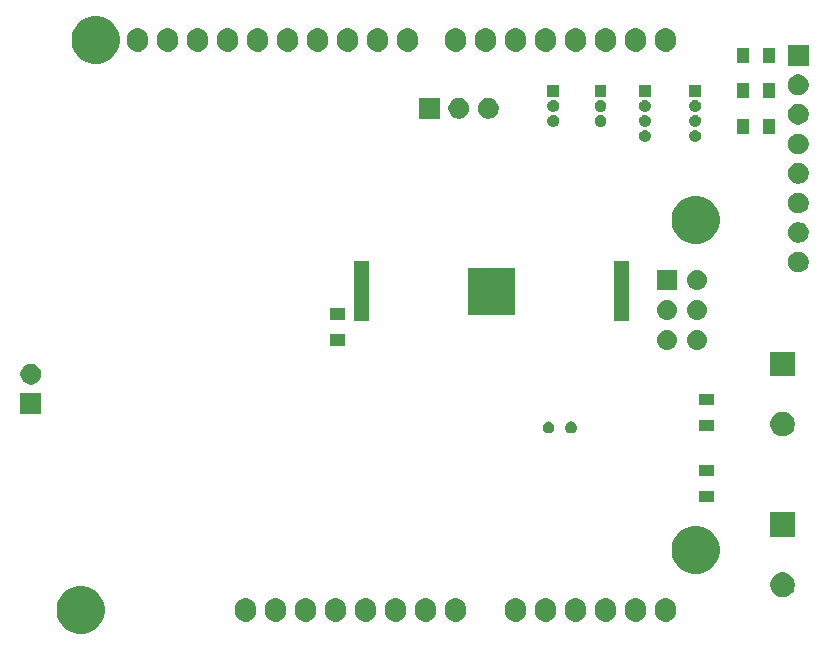
<source format=gbr>
G04 #@! TF.GenerationSoftware,KiCad,Pcbnew,(5.0.2)-1*
G04 #@! TF.CreationDate,2019-05-25T19:55:33-02:30*
G04 #@! TF.ProjectId,ControllerPCB,436f6e74-726f-46c6-9c65-725043422e6b,rev?*
G04 #@! TF.SameCoordinates,Original*
G04 #@! TF.FileFunction,Soldermask,Bot*
G04 #@! TF.FilePolarity,Negative*
%FSLAX46Y46*%
G04 Gerber Fmt 4.6, Leading zero omitted, Abs format (unit mm)*
G04 Created by KiCad (PCBNEW (5.0.2)-1) date 5/25/2019 7:55:33 PM*
%MOMM*%
%LPD*%
G01*
G04 APERTURE LIST*
%ADD10C,0.100000*%
G04 APERTURE END LIST*
D10*
G36*
X125560712Y-121871088D02*
X125930510Y-122024263D01*
X125930513Y-122024265D01*
X126263325Y-122246643D01*
X126546357Y-122529675D01*
X126730204Y-122804822D01*
X126768737Y-122862490D01*
X126921912Y-123232288D01*
X127000000Y-123624864D01*
X127000000Y-124025136D01*
X126921912Y-124417712D01*
X126768737Y-124787510D01*
X126768735Y-124787513D01*
X126546357Y-125120325D01*
X126263325Y-125403357D01*
X125930513Y-125625735D01*
X125930510Y-125625737D01*
X125560712Y-125778912D01*
X125168136Y-125857000D01*
X124767864Y-125857000D01*
X124375288Y-125778912D01*
X124005490Y-125625737D01*
X124005487Y-125625735D01*
X123672675Y-125403357D01*
X123389643Y-125120325D01*
X123167265Y-124787513D01*
X123167263Y-124787510D01*
X123014088Y-124417712D01*
X122936000Y-124025136D01*
X122936000Y-123624864D01*
X123014088Y-123232288D01*
X123167263Y-122862490D01*
X123205796Y-122804822D01*
X123389643Y-122529675D01*
X123672675Y-122246643D01*
X124005487Y-122024265D01*
X124005490Y-122024263D01*
X124375288Y-121871088D01*
X124767864Y-121793000D01*
X125168136Y-121793000D01*
X125560712Y-121871088D01*
X125560712Y-121871088D01*
G37*
G36*
X139107294Y-122821496D02*
X139227726Y-122858029D01*
X139270087Y-122870879D01*
X139420112Y-122951068D01*
X139551612Y-123058988D01*
X139659532Y-123190488D01*
X139739721Y-123340512D01*
X139752571Y-123382873D01*
X139789104Y-123503305D01*
X139789104Y-123503307D01*
X139801600Y-123630179D01*
X139801600Y-124019820D01*
X139801076Y-124025136D01*
X139789104Y-124146694D01*
X139752571Y-124267128D01*
X139739721Y-124309488D01*
X139659532Y-124459512D01*
X139551612Y-124591012D01*
X139420112Y-124698932D01*
X139270088Y-124779121D01*
X139242433Y-124787510D01*
X139107295Y-124828504D01*
X138994432Y-124839620D01*
X138938001Y-124845178D01*
X138938000Y-124845178D01*
X138768706Y-124828504D01*
X138633568Y-124787510D01*
X138605913Y-124779121D01*
X138455889Y-124698932D01*
X138365946Y-124625117D01*
X138324388Y-124591012D01*
X138216469Y-124459512D01*
X138194127Y-124417713D01*
X138136279Y-124309488D01*
X138123429Y-124267127D01*
X138086896Y-124146695D01*
X138078565Y-124062112D01*
X138074400Y-124019821D01*
X138074400Y-123630180D01*
X138086896Y-123503308D01*
X138086896Y-123503306D01*
X138136278Y-123340517D01*
X138136279Y-123340513D01*
X138216468Y-123190488D01*
X138324388Y-123058988D01*
X138455888Y-122951068D01*
X138605912Y-122870879D01*
X138648273Y-122858029D01*
X138768705Y-122821496D01*
X138881568Y-122810380D01*
X138937999Y-122804822D01*
X138938000Y-122804822D01*
X139107294Y-122821496D01*
X139107294Y-122821496D01*
G37*
G36*
X174667294Y-122821496D02*
X174787726Y-122858029D01*
X174830087Y-122870879D01*
X174980112Y-122951068D01*
X175111612Y-123058988D01*
X175219532Y-123190488D01*
X175299721Y-123340512D01*
X175312571Y-123382873D01*
X175349104Y-123503305D01*
X175349104Y-123503307D01*
X175361600Y-123630179D01*
X175361600Y-124019820D01*
X175361076Y-124025136D01*
X175349104Y-124146694D01*
X175312571Y-124267128D01*
X175299721Y-124309488D01*
X175219532Y-124459512D01*
X175111612Y-124591012D01*
X174980112Y-124698932D01*
X174830088Y-124779121D01*
X174802433Y-124787510D01*
X174667295Y-124828504D01*
X174554432Y-124839620D01*
X174498001Y-124845178D01*
X174498000Y-124845178D01*
X174328706Y-124828504D01*
X174193568Y-124787510D01*
X174165913Y-124779121D01*
X174015889Y-124698932D01*
X173925946Y-124625117D01*
X173884388Y-124591012D01*
X173776469Y-124459512D01*
X173754127Y-124417713D01*
X173696279Y-124309488D01*
X173683429Y-124267127D01*
X173646896Y-124146695D01*
X173638565Y-124062112D01*
X173634400Y-124019821D01*
X173634400Y-123630180D01*
X173646896Y-123503308D01*
X173646896Y-123503306D01*
X173696278Y-123340517D01*
X173696279Y-123340513D01*
X173776468Y-123190488D01*
X173884388Y-123058988D01*
X174015888Y-122951068D01*
X174165912Y-122870879D01*
X174208273Y-122858029D01*
X174328705Y-122821496D01*
X174441568Y-122810380D01*
X174497999Y-122804822D01*
X174498000Y-122804822D01*
X174667294Y-122821496D01*
X174667294Y-122821496D01*
G37*
G36*
X172127294Y-122821496D02*
X172247726Y-122858029D01*
X172290087Y-122870879D01*
X172440112Y-122951068D01*
X172571612Y-123058988D01*
X172679532Y-123190488D01*
X172759721Y-123340512D01*
X172772571Y-123382873D01*
X172809104Y-123503305D01*
X172809104Y-123503307D01*
X172821600Y-123630179D01*
X172821600Y-124019820D01*
X172821076Y-124025136D01*
X172809104Y-124146694D01*
X172772571Y-124267128D01*
X172759721Y-124309488D01*
X172679532Y-124459512D01*
X172571612Y-124591012D01*
X172440112Y-124698932D01*
X172290088Y-124779121D01*
X172262433Y-124787510D01*
X172127295Y-124828504D01*
X172014432Y-124839620D01*
X171958001Y-124845178D01*
X171958000Y-124845178D01*
X171788706Y-124828504D01*
X171653568Y-124787510D01*
X171625913Y-124779121D01*
X171475889Y-124698932D01*
X171385946Y-124625117D01*
X171344388Y-124591012D01*
X171236469Y-124459512D01*
X171214127Y-124417713D01*
X171156279Y-124309488D01*
X171143429Y-124267127D01*
X171106896Y-124146695D01*
X171098565Y-124062112D01*
X171094400Y-124019821D01*
X171094400Y-123630180D01*
X171106896Y-123503308D01*
X171106896Y-123503306D01*
X171156278Y-123340517D01*
X171156279Y-123340513D01*
X171236468Y-123190488D01*
X171344388Y-123058988D01*
X171475888Y-122951068D01*
X171625912Y-122870879D01*
X171668273Y-122858029D01*
X171788705Y-122821496D01*
X171901568Y-122810380D01*
X171957999Y-122804822D01*
X171958000Y-122804822D01*
X172127294Y-122821496D01*
X172127294Y-122821496D01*
G37*
G36*
X169587294Y-122821496D02*
X169707726Y-122858029D01*
X169750087Y-122870879D01*
X169900112Y-122951068D01*
X170031612Y-123058988D01*
X170139532Y-123190488D01*
X170219721Y-123340512D01*
X170232571Y-123382873D01*
X170269104Y-123503305D01*
X170269104Y-123503307D01*
X170281600Y-123630179D01*
X170281600Y-124019820D01*
X170281076Y-124025136D01*
X170269104Y-124146694D01*
X170232571Y-124267128D01*
X170219721Y-124309488D01*
X170139532Y-124459512D01*
X170031612Y-124591012D01*
X169900112Y-124698932D01*
X169750088Y-124779121D01*
X169722433Y-124787510D01*
X169587295Y-124828504D01*
X169474432Y-124839620D01*
X169418001Y-124845178D01*
X169418000Y-124845178D01*
X169248706Y-124828504D01*
X169113568Y-124787510D01*
X169085913Y-124779121D01*
X168935889Y-124698932D01*
X168845946Y-124625117D01*
X168804388Y-124591012D01*
X168696469Y-124459512D01*
X168674127Y-124417713D01*
X168616279Y-124309488D01*
X168603429Y-124267127D01*
X168566896Y-124146695D01*
X168558565Y-124062112D01*
X168554400Y-124019821D01*
X168554400Y-123630180D01*
X168566896Y-123503308D01*
X168566896Y-123503306D01*
X168616278Y-123340517D01*
X168616279Y-123340513D01*
X168696468Y-123190488D01*
X168804388Y-123058988D01*
X168935888Y-122951068D01*
X169085912Y-122870879D01*
X169128273Y-122858029D01*
X169248705Y-122821496D01*
X169361568Y-122810380D01*
X169417999Y-122804822D01*
X169418000Y-122804822D01*
X169587294Y-122821496D01*
X169587294Y-122821496D01*
G37*
G36*
X167047294Y-122821496D02*
X167167726Y-122858029D01*
X167210087Y-122870879D01*
X167360112Y-122951068D01*
X167491612Y-123058988D01*
X167599532Y-123190488D01*
X167679721Y-123340512D01*
X167692571Y-123382873D01*
X167729104Y-123503305D01*
X167729104Y-123503307D01*
X167741600Y-123630179D01*
X167741600Y-124019820D01*
X167741076Y-124025136D01*
X167729104Y-124146694D01*
X167692571Y-124267128D01*
X167679721Y-124309488D01*
X167599532Y-124459512D01*
X167491612Y-124591012D01*
X167360112Y-124698932D01*
X167210088Y-124779121D01*
X167182433Y-124787510D01*
X167047295Y-124828504D01*
X166934432Y-124839620D01*
X166878001Y-124845178D01*
X166878000Y-124845178D01*
X166708706Y-124828504D01*
X166573568Y-124787510D01*
X166545913Y-124779121D01*
X166395889Y-124698932D01*
X166305946Y-124625117D01*
X166264388Y-124591012D01*
X166156469Y-124459512D01*
X166134127Y-124417713D01*
X166076279Y-124309488D01*
X166063429Y-124267127D01*
X166026896Y-124146695D01*
X166018565Y-124062112D01*
X166014400Y-124019821D01*
X166014400Y-123630180D01*
X166026896Y-123503308D01*
X166026896Y-123503306D01*
X166076278Y-123340517D01*
X166076279Y-123340513D01*
X166156468Y-123190488D01*
X166264388Y-123058988D01*
X166395888Y-122951068D01*
X166545912Y-122870879D01*
X166588273Y-122858029D01*
X166708705Y-122821496D01*
X166821568Y-122810380D01*
X166877999Y-122804822D01*
X166878000Y-122804822D01*
X167047294Y-122821496D01*
X167047294Y-122821496D01*
G37*
G36*
X164507294Y-122821496D02*
X164627726Y-122858029D01*
X164670087Y-122870879D01*
X164820112Y-122951068D01*
X164951612Y-123058988D01*
X165059532Y-123190488D01*
X165139721Y-123340512D01*
X165152571Y-123382873D01*
X165189104Y-123503305D01*
X165189104Y-123503307D01*
X165201600Y-123630179D01*
X165201600Y-124019820D01*
X165201076Y-124025136D01*
X165189104Y-124146694D01*
X165152571Y-124267128D01*
X165139721Y-124309488D01*
X165059532Y-124459512D01*
X164951612Y-124591012D01*
X164820112Y-124698932D01*
X164670088Y-124779121D01*
X164642433Y-124787510D01*
X164507295Y-124828504D01*
X164394432Y-124839620D01*
X164338001Y-124845178D01*
X164338000Y-124845178D01*
X164168706Y-124828504D01*
X164033568Y-124787510D01*
X164005913Y-124779121D01*
X163855889Y-124698932D01*
X163765946Y-124625117D01*
X163724388Y-124591012D01*
X163616469Y-124459512D01*
X163594127Y-124417713D01*
X163536279Y-124309488D01*
X163523429Y-124267127D01*
X163486896Y-124146695D01*
X163478565Y-124062112D01*
X163474400Y-124019821D01*
X163474400Y-123630180D01*
X163486896Y-123503308D01*
X163486896Y-123503306D01*
X163536278Y-123340517D01*
X163536279Y-123340513D01*
X163616468Y-123190488D01*
X163724388Y-123058988D01*
X163855888Y-122951068D01*
X164005912Y-122870879D01*
X164048273Y-122858029D01*
X164168705Y-122821496D01*
X164281568Y-122810380D01*
X164337999Y-122804822D01*
X164338000Y-122804822D01*
X164507294Y-122821496D01*
X164507294Y-122821496D01*
G37*
G36*
X161967294Y-122821496D02*
X162087726Y-122858029D01*
X162130087Y-122870879D01*
X162280112Y-122951068D01*
X162411612Y-123058988D01*
X162519532Y-123190488D01*
X162599721Y-123340512D01*
X162612571Y-123382873D01*
X162649104Y-123503305D01*
X162649104Y-123503307D01*
X162661600Y-123630179D01*
X162661600Y-124019820D01*
X162661076Y-124025136D01*
X162649104Y-124146694D01*
X162612571Y-124267128D01*
X162599721Y-124309488D01*
X162519532Y-124459512D01*
X162411612Y-124591012D01*
X162280112Y-124698932D01*
X162130088Y-124779121D01*
X162102433Y-124787510D01*
X161967295Y-124828504D01*
X161854432Y-124839620D01*
X161798001Y-124845178D01*
X161798000Y-124845178D01*
X161628706Y-124828504D01*
X161493568Y-124787510D01*
X161465913Y-124779121D01*
X161315889Y-124698932D01*
X161225946Y-124625117D01*
X161184388Y-124591012D01*
X161076469Y-124459512D01*
X161054127Y-124417713D01*
X160996279Y-124309488D01*
X160983429Y-124267127D01*
X160946896Y-124146695D01*
X160938565Y-124062112D01*
X160934400Y-124019821D01*
X160934400Y-123630180D01*
X160946896Y-123503308D01*
X160946896Y-123503306D01*
X160996278Y-123340517D01*
X160996279Y-123340513D01*
X161076468Y-123190488D01*
X161184388Y-123058988D01*
X161315888Y-122951068D01*
X161465912Y-122870879D01*
X161508273Y-122858029D01*
X161628705Y-122821496D01*
X161741568Y-122810380D01*
X161797999Y-122804822D01*
X161798000Y-122804822D01*
X161967294Y-122821496D01*
X161967294Y-122821496D01*
G37*
G36*
X154347294Y-122821496D02*
X154467726Y-122858029D01*
X154510087Y-122870879D01*
X154660112Y-122951068D01*
X154791612Y-123058988D01*
X154899532Y-123190488D01*
X154979721Y-123340512D01*
X154992571Y-123382873D01*
X155029104Y-123503305D01*
X155029104Y-123503307D01*
X155041600Y-123630179D01*
X155041600Y-124019820D01*
X155041076Y-124025136D01*
X155029104Y-124146694D01*
X154992571Y-124267128D01*
X154979721Y-124309488D01*
X154899532Y-124459512D01*
X154791612Y-124591012D01*
X154660112Y-124698932D01*
X154510088Y-124779121D01*
X154482433Y-124787510D01*
X154347295Y-124828504D01*
X154234432Y-124839620D01*
X154178001Y-124845178D01*
X154178000Y-124845178D01*
X154008706Y-124828504D01*
X153873568Y-124787510D01*
X153845913Y-124779121D01*
X153695889Y-124698932D01*
X153605946Y-124625117D01*
X153564388Y-124591012D01*
X153456469Y-124459512D01*
X153434127Y-124417713D01*
X153376279Y-124309488D01*
X153363429Y-124267127D01*
X153326896Y-124146695D01*
X153318565Y-124062112D01*
X153314400Y-124019821D01*
X153314400Y-123630180D01*
X153326896Y-123503308D01*
X153326896Y-123503306D01*
X153376278Y-123340517D01*
X153376279Y-123340513D01*
X153456468Y-123190488D01*
X153564388Y-123058988D01*
X153695888Y-122951068D01*
X153845912Y-122870879D01*
X153888273Y-122858029D01*
X154008705Y-122821496D01*
X154121568Y-122810380D01*
X154177999Y-122804822D01*
X154178000Y-122804822D01*
X154347294Y-122821496D01*
X154347294Y-122821496D01*
G37*
G36*
X156887294Y-122821496D02*
X157007726Y-122858029D01*
X157050087Y-122870879D01*
X157200112Y-122951068D01*
X157331612Y-123058988D01*
X157439532Y-123190488D01*
X157519721Y-123340512D01*
X157532571Y-123382873D01*
X157569104Y-123503305D01*
X157569104Y-123503307D01*
X157581600Y-123630179D01*
X157581600Y-124019820D01*
X157581076Y-124025136D01*
X157569104Y-124146694D01*
X157532571Y-124267128D01*
X157519721Y-124309488D01*
X157439532Y-124459512D01*
X157331612Y-124591012D01*
X157200112Y-124698932D01*
X157050088Y-124779121D01*
X157022433Y-124787510D01*
X156887295Y-124828504D01*
X156774432Y-124839620D01*
X156718001Y-124845178D01*
X156718000Y-124845178D01*
X156548706Y-124828504D01*
X156413568Y-124787510D01*
X156385913Y-124779121D01*
X156235889Y-124698932D01*
X156145946Y-124625117D01*
X156104388Y-124591012D01*
X155996469Y-124459512D01*
X155974127Y-124417713D01*
X155916279Y-124309488D01*
X155903429Y-124267127D01*
X155866896Y-124146695D01*
X155858565Y-124062112D01*
X155854400Y-124019821D01*
X155854400Y-123630180D01*
X155866896Y-123503308D01*
X155866896Y-123503306D01*
X155916278Y-123340517D01*
X155916279Y-123340513D01*
X155996468Y-123190488D01*
X156104388Y-123058988D01*
X156235888Y-122951068D01*
X156385912Y-122870879D01*
X156428273Y-122858029D01*
X156548705Y-122821496D01*
X156661568Y-122810380D01*
X156717999Y-122804822D01*
X156718000Y-122804822D01*
X156887294Y-122821496D01*
X156887294Y-122821496D01*
G37*
G36*
X141647294Y-122821496D02*
X141767726Y-122858029D01*
X141810087Y-122870879D01*
X141960112Y-122951068D01*
X142091612Y-123058988D01*
X142199532Y-123190488D01*
X142279721Y-123340512D01*
X142292571Y-123382873D01*
X142329104Y-123503305D01*
X142329104Y-123503307D01*
X142341600Y-123630179D01*
X142341600Y-124019820D01*
X142341076Y-124025136D01*
X142329104Y-124146694D01*
X142292571Y-124267128D01*
X142279721Y-124309488D01*
X142199532Y-124459512D01*
X142091612Y-124591012D01*
X141960112Y-124698932D01*
X141810088Y-124779121D01*
X141782433Y-124787510D01*
X141647295Y-124828504D01*
X141534432Y-124839620D01*
X141478001Y-124845178D01*
X141478000Y-124845178D01*
X141308706Y-124828504D01*
X141173568Y-124787510D01*
X141145913Y-124779121D01*
X140995889Y-124698932D01*
X140905946Y-124625117D01*
X140864388Y-124591012D01*
X140756469Y-124459512D01*
X140734127Y-124417713D01*
X140676279Y-124309488D01*
X140663429Y-124267127D01*
X140626896Y-124146695D01*
X140618565Y-124062112D01*
X140614400Y-124019821D01*
X140614400Y-123630180D01*
X140626896Y-123503308D01*
X140626896Y-123503306D01*
X140676278Y-123340517D01*
X140676279Y-123340513D01*
X140756468Y-123190488D01*
X140864388Y-123058988D01*
X140995888Y-122951068D01*
X141145912Y-122870879D01*
X141188273Y-122858029D01*
X141308705Y-122821496D01*
X141421568Y-122810380D01*
X141477999Y-122804822D01*
X141478000Y-122804822D01*
X141647294Y-122821496D01*
X141647294Y-122821496D01*
G37*
G36*
X144187294Y-122821496D02*
X144307726Y-122858029D01*
X144350087Y-122870879D01*
X144500112Y-122951068D01*
X144631612Y-123058988D01*
X144739532Y-123190488D01*
X144819721Y-123340512D01*
X144832571Y-123382873D01*
X144869104Y-123503305D01*
X144869104Y-123503307D01*
X144881600Y-123630179D01*
X144881600Y-124019820D01*
X144881076Y-124025136D01*
X144869104Y-124146694D01*
X144832571Y-124267128D01*
X144819721Y-124309488D01*
X144739532Y-124459512D01*
X144631612Y-124591012D01*
X144500112Y-124698932D01*
X144350088Y-124779121D01*
X144322433Y-124787510D01*
X144187295Y-124828504D01*
X144074432Y-124839620D01*
X144018001Y-124845178D01*
X144018000Y-124845178D01*
X143848706Y-124828504D01*
X143713568Y-124787510D01*
X143685913Y-124779121D01*
X143535889Y-124698932D01*
X143445946Y-124625117D01*
X143404388Y-124591012D01*
X143296469Y-124459512D01*
X143274127Y-124417713D01*
X143216279Y-124309488D01*
X143203429Y-124267127D01*
X143166896Y-124146695D01*
X143158565Y-124062112D01*
X143154400Y-124019821D01*
X143154400Y-123630180D01*
X143166896Y-123503308D01*
X143166896Y-123503306D01*
X143216278Y-123340517D01*
X143216279Y-123340513D01*
X143296468Y-123190488D01*
X143404388Y-123058988D01*
X143535888Y-122951068D01*
X143685912Y-122870879D01*
X143728273Y-122858029D01*
X143848705Y-122821496D01*
X143961568Y-122810380D01*
X144017999Y-122804822D01*
X144018000Y-122804822D01*
X144187294Y-122821496D01*
X144187294Y-122821496D01*
G37*
G36*
X146727294Y-122821496D02*
X146847726Y-122858029D01*
X146890087Y-122870879D01*
X147040112Y-122951068D01*
X147171612Y-123058988D01*
X147279532Y-123190488D01*
X147359721Y-123340512D01*
X147372571Y-123382873D01*
X147409104Y-123503305D01*
X147409104Y-123503307D01*
X147421600Y-123630179D01*
X147421600Y-124019820D01*
X147421076Y-124025136D01*
X147409104Y-124146694D01*
X147372571Y-124267128D01*
X147359721Y-124309488D01*
X147279532Y-124459512D01*
X147171612Y-124591012D01*
X147040112Y-124698932D01*
X146890088Y-124779121D01*
X146862433Y-124787510D01*
X146727295Y-124828504D01*
X146614432Y-124839620D01*
X146558001Y-124845178D01*
X146558000Y-124845178D01*
X146388706Y-124828504D01*
X146253568Y-124787510D01*
X146225913Y-124779121D01*
X146075889Y-124698932D01*
X145985946Y-124625117D01*
X145944388Y-124591012D01*
X145836469Y-124459512D01*
X145814127Y-124417713D01*
X145756279Y-124309488D01*
X145743429Y-124267127D01*
X145706896Y-124146695D01*
X145698565Y-124062112D01*
X145694400Y-124019821D01*
X145694400Y-123630180D01*
X145706896Y-123503308D01*
X145706896Y-123503306D01*
X145756278Y-123340517D01*
X145756279Y-123340513D01*
X145836468Y-123190488D01*
X145944388Y-123058988D01*
X146075888Y-122951068D01*
X146225912Y-122870879D01*
X146268273Y-122858029D01*
X146388705Y-122821496D01*
X146501568Y-122810380D01*
X146557999Y-122804822D01*
X146558000Y-122804822D01*
X146727294Y-122821496D01*
X146727294Y-122821496D01*
G37*
G36*
X149267294Y-122821496D02*
X149387726Y-122858029D01*
X149430087Y-122870879D01*
X149580112Y-122951068D01*
X149711612Y-123058988D01*
X149819532Y-123190488D01*
X149899721Y-123340512D01*
X149912571Y-123382873D01*
X149949104Y-123503305D01*
X149949104Y-123503307D01*
X149961600Y-123630179D01*
X149961600Y-124019820D01*
X149961076Y-124025136D01*
X149949104Y-124146694D01*
X149912571Y-124267128D01*
X149899721Y-124309488D01*
X149819532Y-124459512D01*
X149711612Y-124591012D01*
X149580112Y-124698932D01*
X149430088Y-124779121D01*
X149402433Y-124787510D01*
X149267295Y-124828504D01*
X149154432Y-124839620D01*
X149098001Y-124845178D01*
X149098000Y-124845178D01*
X148928706Y-124828504D01*
X148793568Y-124787510D01*
X148765913Y-124779121D01*
X148615889Y-124698932D01*
X148525946Y-124625117D01*
X148484388Y-124591012D01*
X148376469Y-124459512D01*
X148354127Y-124417713D01*
X148296279Y-124309488D01*
X148283429Y-124267127D01*
X148246896Y-124146695D01*
X148238565Y-124062112D01*
X148234400Y-124019821D01*
X148234400Y-123630180D01*
X148246896Y-123503308D01*
X148246896Y-123503306D01*
X148296278Y-123340517D01*
X148296279Y-123340513D01*
X148376468Y-123190488D01*
X148484388Y-123058988D01*
X148615888Y-122951068D01*
X148765912Y-122870879D01*
X148808273Y-122858029D01*
X148928705Y-122821496D01*
X149041568Y-122810380D01*
X149097999Y-122804822D01*
X149098000Y-122804822D01*
X149267294Y-122821496D01*
X149267294Y-122821496D01*
G37*
G36*
X151807294Y-122821496D02*
X151927726Y-122858029D01*
X151970087Y-122870879D01*
X152120112Y-122951068D01*
X152251612Y-123058988D01*
X152359532Y-123190488D01*
X152439721Y-123340512D01*
X152452571Y-123382873D01*
X152489104Y-123503305D01*
X152489104Y-123503307D01*
X152501600Y-123630179D01*
X152501600Y-124019820D01*
X152501076Y-124025136D01*
X152489104Y-124146694D01*
X152452571Y-124267128D01*
X152439721Y-124309488D01*
X152359532Y-124459512D01*
X152251612Y-124591012D01*
X152120112Y-124698932D01*
X151970088Y-124779121D01*
X151942433Y-124787510D01*
X151807295Y-124828504D01*
X151694432Y-124839620D01*
X151638001Y-124845178D01*
X151638000Y-124845178D01*
X151468706Y-124828504D01*
X151333568Y-124787510D01*
X151305913Y-124779121D01*
X151155889Y-124698932D01*
X151065946Y-124625117D01*
X151024388Y-124591012D01*
X150916469Y-124459512D01*
X150894127Y-124417713D01*
X150836279Y-124309488D01*
X150823429Y-124267127D01*
X150786896Y-124146695D01*
X150778565Y-124062112D01*
X150774400Y-124019821D01*
X150774400Y-123630180D01*
X150786896Y-123503308D01*
X150786896Y-123503306D01*
X150836278Y-123340517D01*
X150836279Y-123340513D01*
X150916468Y-123190488D01*
X151024388Y-123058988D01*
X151155888Y-122951068D01*
X151305912Y-122870879D01*
X151348273Y-122858029D01*
X151468705Y-122821496D01*
X151581568Y-122810380D01*
X151637999Y-122804822D01*
X151638000Y-122804822D01*
X151807294Y-122821496D01*
X151807294Y-122821496D01*
G37*
G36*
X184529888Y-120649470D02*
X184710274Y-120685350D01*
X184901362Y-120764502D01*
X185073336Y-120879411D01*
X185219589Y-121025664D01*
X185334498Y-121197638D01*
X185413650Y-121388726D01*
X185454000Y-121591584D01*
X185454000Y-121798416D01*
X185413650Y-122001274D01*
X185334498Y-122192362D01*
X185219589Y-122364336D01*
X185073336Y-122510589D01*
X184901362Y-122625498D01*
X184710274Y-122704650D01*
X184529888Y-122740530D01*
X184507417Y-122745000D01*
X184300583Y-122745000D01*
X184278112Y-122740530D01*
X184097726Y-122704650D01*
X183906638Y-122625498D01*
X183734664Y-122510589D01*
X183588411Y-122364336D01*
X183473502Y-122192362D01*
X183394350Y-122001274D01*
X183354000Y-121798416D01*
X183354000Y-121591584D01*
X183394350Y-121388726D01*
X183473502Y-121197638D01*
X183588411Y-121025664D01*
X183734664Y-120879411D01*
X183906638Y-120764502D01*
X184097726Y-120685350D01*
X184278112Y-120649470D01*
X184300583Y-120645000D01*
X184507417Y-120645000D01*
X184529888Y-120649470D01*
X184529888Y-120649470D01*
G37*
G36*
X177630712Y-116791088D02*
X178000510Y-116944263D01*
X178000513Y-116944265D01*
X178333325Y-117166643D01*
X178616357Y-117449675D01*
X178838735Y-117782487D01*
X178838737Y-117782490D01*
X178991912Y-118152288D01*
X179070000Y-118544864D01*
X179070000Y-118945136D01*
X178991912Y-119337712D01*
X178838737Y-119707510D01*
X178838735Y-119707513D01*
X178616357Y-120040325D01*
X178333325Y-120323357D01*
X178000513Y-120545735D01*
X178000510Y-120545737D01*
X177630712Y-120698912D01*
X177238136Y-120777000D01*
X176837864Y-120777000D01*
X176445288Y-120698912D01*
X176075490Y-120545737D01*
X176075487Y-120545735D01*
X175742675Y-120323357D01*
X175459643Y-120040325D01*
X175237265Y-119707513D01*
X175237263Y-119707510D01*
X175084088Y-119337712D01*
X175006000Y-118945136D01*
X175006000Y-118544864D01*
X175084088Y-118152288D01*
X175237263Y-117782490D01*
X175237265Y-117782487D01*
X175459643Y-117449675D01*
X175742675Y-117166643D01*
X176075487Y-116944265D01*
X176075490Y-116944263D01*
X176445288Y-116791088D01*
X176837864Y-116713000D01*
X177238136Y-116713000D01*
X177630712Y-116791088D01*
X177630712Y-116791088D01*
G37*
G36*
X185454000Y-117665000D02*
X183354000Y-117665000D01*
X183354000Y-115565000D01*
X185454000Y-115565000D01*
X185454000Y-117665000D01*
X185454000Y-117665000D01*
G37*
G36*
X178623000Y-114715000D02*
X177373000Y-114715000D01*
X177373000Y-113715000D01*
X178623000Y-113715000D01*
X178623000Y-114715000D01*
X178623000Y-114715000D01*
G37*
G36*
X178623000Y-112515000D02*
X177373000Y-112515000D01*
X177373000Y-111515000D01*
X178623000Y-111515000D01*
X178623000Y-112515000D01*
X178623000Y-112515000D01*
G37*
G36*
X184529888Y-107031470D02*
X184710274Y-107067350D01*
X184901362Y-107146502D01*
X185073336Y-107261411D01*
X185219589Y-107407664D01*
X185334498Y-107579638D01*
X185413650Y-107770726D01*
X185454000Y-107973584D01*
X185454000Y-108180416D01*
X185413650Y-108383274D01*
X185334498Y-108574362D01*
X185219589Y-108746336D01*
X185073336Y-108892589D01*
X184901362Y-109007498D01*
X184710274Y-109086650D01*
X184529888Y-109122530D01*
X184507417Y-109127000D01*
X184300583Y-109127000D01*
X184278112Y-109122530D01*
X184097726Y-109086650D01*
X183906638Y-109007498D01*
X183734664Y-108892589D01*
X183588411Y-108746336D01*
X183473502Y-108574362D01*
X183394350Y-108383274D01*
X183354000Y-108180416D01*
X183354000Y-107973584D01*
X183394350Y-107770726D01*
X183473502Y-107579638D01*
X183588411Y-107407664D01*
X183734664Y-107261411D01*
X183906638Y-107146502D01*
X184097726Y-107067350D01*
X184278112Y-107031470D01*
X184300583Y-107027000D01*
X184507417Y-107027000D01*
X184529888Y-107031470D01*
X184529888Y-107031470D01*
G37*
G36*
X164743845Y-107884215D02*
X164834839Y-107921906D01*
X164912178Y-107973583D01*
X164916734Y-107976627D01*
X164986373Y-108046266D01*
X165041095Y-108128163D01*
X165078785Y-108219155D01*
X165098000Y-108315755D01*
X165098000Y-108414245D01*
X165078785Y-108510845D01*
X165041095Y-108601837D01*
X164986373Y-108683734D01*
X164916734Y-108753373D01*
X164916731Y-108753375D01*
X164834839Y-108808094D01*
X164743845Y-108845785D01*
X164647246Y-108865000D01*
X164548754Y-108865000D01*
X164452155Y-108845785D01*
X164361161Y-108808094D01*
X164279269Y-108753375D01*
X164279266Y-108753373D01*
X164209627Y-108683734D01*
X164154905Y-108601837D01*
X164117215Y-108510845D01*
X164098000Y-108414245D01*
X164098000Y-108315755D01*
X164117215Y-108219155D01*
X164154905Y-108128163D01*
X164209627Y-108046266D01*
X164279266Y-107976627D01*
X164283822Y-107973583D01*
X164361161Y-107921906D01*
X164452155Y-107884215D01*
X164548754Y-107865000D01*
X164647246Y-107865000D01*
X164743845Y-107884215D01*
X164743845Y-107884215D01*
G37*
G36*
X166643845Y-107884215D02*
X166734839Y-107921906D01*
X166812178Y-107973583D01*
X166816734Y-107976627D01*
X166886373Y-108046266D01*
X166941095Y-108128163D01*
X166978785Y-108219155D01*
X166998000Y-108315755D01*
X166998000Y-108414245D01*
X166978785Y-108510845D01*
X166941095Y-108601837D01*
X166886373Y-108683734D01*
X166816734Y-108753373D01*
X166816731Y-108753375D01*
X166734839Y-108808094D01*
X166643845Y-108845785D01*
X166547246Y-108865000D01*
X166448754Y-108865000D01*
X166352155Y-108845785D01*
X166261161Y-108808094D01*
X166179269Y-108753375D01*
X166179266Y-108753373D01*
X166109627Y-108683734D01*
X166054905Y-108601837D01*
X166017215Y-108510845D01*
X165998000Y-108414245D01*
X165998000Y-108315755D01*
X166017215Y-108219155D01*
X166054905Y-108128163D01*
X166109627Y-108046266D01*
X166179266Y-107976627D01*
X166183822Y-107973583D01*
X166261161Y-107921906D01*
X166352155Y-107884215D01*
X166448754Y-107865000D01*
X166547246Y-107865000D01*
X166643845Y-107884215D01*
X166643845Y-107884215D01*
G37*
G36*
X178623000Y-108715000D02*
X177373000Y-108715000D01*
X177373000Y-107715000D01*
X178623000Y-107715000D01*
X178623000Y-108715000D01*
X178623000Y-108715000D01*
G37*
G36*
X121623000Y-107240000D02*
X119873000Y-107240000D01*
X119873000Y-105490000D01*
X121623000Y-105490000D01*
X121623000Y-107240000D01*
X121623000Y-107240000D01*
G37*
G36*
X178623000Y-106515000D02*
X177373000Y-106515000D01*
X177373000Y-105515000D01*
X178623000Y-105515000D01*
X178623000Y-106515000D01*
X178623000Y-106515000D01*
G37*
G36*
X121003228Y-103023625D02*
X121162467Y-103089584D01*
X121305783Y-103185345D01*
X121427655Y-103307217D01*
X121523416Y-103450533D01*
X121589375Y-103609772D01*
X121623000Y-103778819D01*
X121623000Y-103951181D01*
X121589375Y-104120228D01*
X121523416Y-104279467D01*
X121427655Y-104422783D01*
X121305783Y-104544655D01*
X121162467Y-104640416D01*
X121003228Y-104706375D01*
X120834181Y-104740000D01*
X120661819Y-104740000D01*
X120492772Y-104706375D01*
X120333533Y-104640416D01*
X120190217Y-104544655D01*
X120068345Y-104422783D01*
X119972584Y-104279467D01*
X119906625Y-104120228D01*
X119873000Y-103951181D01*
X119873000Y-103778819D01*
X119906625Y-103609772D01*
X119972584Y-103450533D01*
X120068345Y-103307217D01*
X120190217Y-103185345D01*
X120333533Y-103089584D01*
X120492772Y-103023625D01*
X120661819Y-102990000D01*
X120834181Y-102990000D01*
X121003228Y-103023625D01*
X121003228Y-103023625D01*
G37*
G36*
X185454000Y-104047000D02*
X183354000Y-104047000D01*
X183354000Y-101947000D01*
X185454000Y-101947000D01*
X185454000Y-104047000D01*
X185454000Y-104047000D01*
G37*
G36*
X174789630Y-100142299D02*
X174949855Y-100190903D01*
X175097520Y-100269831D01*
X175226949Y-100376051D01*
X175333169Y-100505480D01*
X175412097Y-100653145D01*
X175460701Y-100813370D01*
X175477112Y-100980000D01*
X175460701Y-101146630D01*
X175412097Y-101306855D01*
X175333169Y-101454520D01*
X175226949Y-101583949D01*
X175097520Y-101690169D01*
X174949855Y-101769097D01*
X174789630Y-101817701D01*
X174664752Y-101830000D01*
X174581248Y-101830000D01*
X174456370Y-101817701D01*
X174296145Y-101769097D01*
X174148480Y-101690169D01*
X174019051Y-101583949D01*
X173912831Y-101454520D01*
X173833903Y-101306855D01*
X173785299Y-101146630D01*
X173768888Y-100980000D01*
X173785299Y-100813370D01*
X173833903Y-100653145D01*
X173912831Y-100505480D01*
X174019051Y-100376051D01*
X174148480Y-100269831D01*
X174296145Y-100190903D01*
X174456370Y-100142299D01*
X174581248Y-100130000D01*
X174664752Y-100130000D01*
X174789630Y-100142299D01*
X174789630Y-100142299D01*
G37*
G36*
X177329630Y-100142299D02*
X177489855Y-100190903D01*
X177637520Y-100269831D01*
X177766949Y-100376051D01*
X177873169Y-100505480D01*
X177952097Y-100653145D01*
X178000701Y-100813370D01*
X178017112Y-100980000D01*
X178000701Y-101146630D01*
X177952097Y-101306855D01*
X177873169Y-101454520D01*
X177766949Y-101583949D01*
X177637520Y-101690169D01*
X177489855Y-101769097D01*
X177329630Y-101817701D01*
X177204752Y-101830000D01*
X177121248Y-101830000D01*
X176996370Y-101817701D01*
X176836145Y-101769097D01*
X176688480Y-101690169D01*
X176559051Y-101583949D01*
X176452831Y-101454520D01*
X176373903Y-101306855D01*
X176325299Y-101146630D01*
X176308888Y-100980000D01*
X176325299Y-100813370D01*
X176373903Y-100653145D01*
X176452831Y-100505480D01*
X176559051Y-100376051D01*
X176688480Y-100269831D01*
X176836145Y-100190903D01*
X176996370Y-100142299D01*
X177121248Y-100130000D01*
X177204752Y-100130000D01*
X177329630Y-100142299D01*
X177329630Y-100142299D01*
G37*
G36*
X147373000Y-101465000D02*
X146123000Y-101465000D01*
X146123000Y-100465000D01*
X147373000Y-100465000D01*
X147373000Y-101465000D01*
X147373000Y-101465000D01*
G37*
G36*
X149398000Y-99405000D02*
X148128000Y-99405000D01*
X148128000Y-94325000D01*
X149398000Y-94325000D01*
X149398000Y-99405000D01*
X149398000Y-99405000D01*
G37*
G36*
X171368000Y-99405000D02*
X170098000Y-99405000D01*
X170098000Y-94325000D01*
X171368000Y-94325000D01*
X171368000Y-99405000D01*
X171368000Y-99405000D01*
G37*
G36*
X177329630Y-97602299D02*
X177489855Y-97650903D01*
X177637520Y-97729831D01*
X177766949Y-97836051D01*
X177873169Y-97965480D01*
X177952097Y-98113145D01*
X178000701Y-98273370D01*
X178017112Y-98440000D01*
X178000701Y-98606630D01*
X177952097Y-98766855D01*
X177873169Y-98914520D01*
X177766949Y-99043949D01*
X177637520Y-99150169D01*
X177489855Y-99229097D01*
X177329630Y-99277701D01*
X177204752Y-99290000D01*
X177121248Y-99290000D01*
X176996370Y-99277701D01*
X176836145Y-99229097D01*
X176688480Y-99150169D01*
X176559051Y-99043949D01*
X176452831Y-98914520D01*
X176373903Y-98766855D01*
X176325299Y-98606630D01*
X176308888Y-98440000D01*
X176325299Y-98273370D01*
X176373903Y-98113145D01*
X176452831Y-97965480D01*
X176559051Y-97836051D01*
X176688480Y-97729831D01*
X176836145Y-97650903D01*
X176996370Y-97602299D01*
X177121248Y-97590000D01*
X177204752Y-97590000D01*
X177329630Y-97602299D01*
X177329630Y-97602299D01*
G37*
G36*
X174789630Y-97602299D02*
X174949855Y-97650903D01*
X175097520Y-97729831D01*
X175226949Y-97836051D01*
X175333169Y-97965480D01*
X175412097Y-98113145D01*
X175460701Y-98273370D01*
X175477112Y-98440000D01*
X175460701Y-98606630D01*
X175412097Y-98766855D01*
X175333169Y-98914520D01*
X175226949Y-99043949D01*
X175097520Y-99150169D01*
X174949855Y-99229097D01*
X174789630Y-99277701D01*
X174664752Y-99290000D01*
X174581248Y-99290000D01*
X174456370Y-99277701D01*
X174296145Y-99229097D01*
X174148480Y-99150169D01*
X174019051Y-99043949D01*
X173912831Y-98914520D01*
X173833903Y-98766855D01*
X173785299Y-98606630D01*
X173768888Y-98440000D01*
X173785299Y-98273370D01*
X173833903Y-98113145D01*
X173912831Y-97965480D01*
X174019051Y-97836051D01*
X174148480Y-97729831D01*
X174296145Y-97650903D01*
X174456370Y-97602299D01*
X174581248Y-97590000D01*
X174664752Y-97590000D01*
X174789630Y-97602299D01*
X174789630Y-97602299D01*
G37*
G36*
X147373000Y-99265000D02*
X146123000Y-99265000D01*
X146123000Y-98265000D01*
X147373000Y-98265000D01*
X147373000Y-99265000D01*
X147373000Y-99265000D01*
G37*
G36*
X161728000Y-98845000D02*
X157768000Y-98845000D01*
X157768000Y-94885000D01*
X161728000Y-94885000D01*
X161728000Y-98845000D01*
X161728000Y-98845000D01*
G37*
G36*
X177329630Y-95062299D02*
X177489855Y-95110903D01*
X177637520Y-95189831D01*
X177766949Y-95296051D01*
X177873169Y-95425480D01*
X177952097Y-95573145D01*
X178000701Y-95733370D01*
X178017112Y-95900000D01*
X178000701Y-96066630D01*
X177952097Y-96226855D01*
X177873169Y-96374520D01*
X177766949Y-96503949D01*
X177637520Y-96610169D01*
X177489855Y-96689097D01*
X177329630Y-96737701D01*
X177204752Y-96750000D01*
X177121248Y-96750000D01*
X176996370Y-96737701D01*
X176836145Y-96689097D01*
X176688480Y-96610169D01*
X176559051Y-96503949D01*
X176452831Y-96374520D01*
X176373903Y-96226855D01*
X176325299Y-96066630D01*
X176308888Y-95900000D01*
X176325299Y-95733370D01*
X176373903Y-95573145D01*
X176452831Y-95425480D01*
X176559051Y-95296051D01*
X176688480Y-95189831D01*
X176836145Y-95110903D01*
X176996370Y-95062299D01*
X177121248Y-95050000D01*
X177204752Y-95050000D01*
X177329630Y-95062299D01*
X177329630Y-95062299D01*
G37*
G36*
X175473000Y-96750000D02*
X173773000Y-96750000D01*
X173773000Y-95050000D01*
X175473000Y-95050000D01*
X175473000Y-96750000D01*
X175473000Y-96750000D01*
G37*
G36*
X186003228Y-93523625D02*
X186162467Y-93589584D01*
X186305783Y-93685345D01*
X186427655Y-93807217D01*
X186523416Y-93950533D01*
X186589375Y-94109772D01*
X186623000Y-94278819D01*
X186623000Y-94451181D01*
X186589375Y-94620228D01*
X186523416Y-94779467D01*
X186427655Y-94922783D01*
X186305783Y-95044655D01*
X186162467Y-95140416D01*
X186003228Y-95206375D01*
X185834181Y-95240000D01*
X185661819Y-95240000D01*
X185492772Y-95206375D01*
X185333533Y-95140416D01*
X185190217Y-95044655D01*
X185068345Y-94922783D01*
X184972584Y-94779467D01*
X184906625Y-94620228D01*
X184873000Y-94451181D01*
X184873000Y-94278819D01*
X184906625Y-94109772D01*
X184972584Y-93950533D01*
X185068345Y-93807217D01*
X185190217Y-93685345D01*
X185333533Y-93589584D01*
X185492772Y-93523625D01*
X185661819Y-93490000D01*
X185834181Y-93490000D01*
X186003228Y-93523625D01*
X186003228Y-93523625D01*
G37*
G36*
X177630712Y-88851088D02*
X178000510Y-89004263D01*
X178000513Y-89004265D01*
X178333325Y-89226643D01*
X178616357Y-89509675D01*
X178690226Y-89620228D01*
X178838737Y-89842490D01*
X178991912Y-90212288D01*
X179070000Y-90604864D01*
X179070000Y-91005136D01*
X178991912Y-91397712D01*
X178838737Y-91767510D01*
X178838735Y-91767513D01*
X178616357Y-92100325D01*
X178333325Y-92383357D01*
X178000513Y-92605735D01*
X178000510Y-92605737D01*
X177630712Y-92758912D01*
X177238136Y-92837000D01*
X176837864Y-92837000D01*
X176445288Y-92758912D01*
X176075490Y-92605737D01*
X176075487Y-92605735D01*
X175742675Y-92383357D01*
X175459643Y-92100325D01*
X175237265Y-91767513D01*
X175237263Y-91767510D01*
X175084088Y-91397712D01*
X175006000Y-91005136D01*
X175006000Y-90604864D01*
X175084088Y-90212288D01*
X175237263Y-89842490D01*
X175385774Y-89620228D01*
X175459643Y-89509675D01*
X175742675Y-89226643D01*
X176075487Y-89004265D01*
X176075490Y-89004263D01*
X176445288Y-88851088D01*
X176837864Y-88773000D01*
X177238136Y-88773000D01*
X177630712Y-88851088D01*
X177630712Y-88851088D01*
G37*
G36*
X186003228Y-91023625D02*
X186162467Y-91089584D01*
X186305783Y-91185345D01*
X186427655Y-91307217D01*
X186523416Y-91450533D01*
X186589375Y-91609772D01*
X186623000Y-91778819D01*
X186623000Y-91951181D01*
X186589375Y-92120228D01*
X186523416Y-92279467D01*
X186427655Y-92422783D01*
X186305783Y-92544655D01*
X186162467Y-92640416D01*
X186003228Y-92706375D01*
X185834181Y-92740000D01*
X185661819Y-92740000D01*
X185492772Y-92706375D01*
X185333533Y-92640416D01*
X185190217Y-92544655D01*
X185068345Y-92422783D01*
X184972584Y-92279467D01*
X184906625Y-92120228D01*
X184873000Y-91951181D01*
X184873000Y-91778819D01*
X184906625Y-91609772D01*
X184972584Y-91450533D01*
X185068345Y-91307217D01*
X185190217Y-91185345D01*
X185333533Y-91089584D01*
X185492772Y-91023625D01*
X185661819Y-90990000D01*
X185834181Y-90990000D01*
X186003228Y-91023625D01*
X186003228Y-91023625D01*
G37*
G36*
X186003228Y-88523625D02*
X186162467Y-88589584D01*
X186305783Y-88685345D01*
X186427655Y-88807217D01*
X186523416Y-88950533D01*
X186589375Y-89109772D01*
X186623000Y-89278819D01*
X186623000Y-89451181D01*
X186589375Y-89620228D01*
X186523416Y-89779467D01*
X186427655Y-89922783D01*
X186305783Y-90044655D01*
X186162467Y-90140416D01*
X186003228Y-90206375D01*
X185834181Y-90240000D01*
X185661819Y-90240000D01*
X185492772Y-90206375D01*
X185333533Y-90140416D01*
X185190217Y-90044655D01*
X185068345Y-89922783D01*
X184972584Y-89779467D01*
X184906625Y-89620228D01*
X184873000Y-89451181D01*
X184873000Y-89278819D01*
X184906625Y-89109772D01*
X184972584Y-88950533D01*
X185068345Y-88807217D01*
X185190217Y-88685345D01*
X185333533Y-88589584D01*
X185492772Y-88523625D01*
X185661819Y-88490000D01*
X185834181Y-88490000D01*
X186003228Y-88523625D01*
X186003228Y-88523625D01*
G37*
G36*
X186003228Y-86023625D02*
X186162467Y-86089584D01*
X186305783Y-86185345D01*
X186427655Y-86307217D01*
X186523416Y-86450533D01*
X186589375Y-86609772D01*
X186623000Y-86778819D01*
X186623000Y-86951181D01*
X186589375Y-87120228D01*
X186523416Y-87279467D01*
X186427655Y-87422783D01*
X186305783Y-87544655D01*
X186162467Y-87640416D01*
X186003228Y-87706375D01*
X185834181Y-87740000D01*
X185661819Y-87740000D01*
X185492772Y-87706375D01*
X185333533Y-87640416D01*
X185190217Y-87544655D01*
X185068345Y-87422783D01*
X184972584Y-87279467D01*
X184906625Y-87120228D01*
X184873000Y-86951181D01*
X184873000Y-86778819D01*
X184906625Y-86609772D01*
X184972584Y-86450533D01*
X185068345Y-86307217D01*
X185190217Y-86185345D01*
X185333533Y-86089584D01*
X185492772Y-86023625D01*
X185661819Y-85990000D01*
X185834181Y-85990000D01*
X186003228Y-86023625D01*
X186003228Y-86023625D01*
G37*
G36*
X186003228Y-83523625D02*
X186162467Y-83589584D01*
X186305783Y-83685345D01*
X186427655Y-83807217D01*
X186523416Y-83950533D01*
X186589375Y-84109772D01*
X186623000Y-84278819D01*
X186623000Y-84451181D01*
X186589375Y-84620228D01*
X186523416Y-84779467D01*
X186427655Y-84922783D01*
X186305783Y-85044655D01*
X186162467Y-85140416D01*
X186003228Y-85206375D01*
X185834181Y-85240000D01*
X185661819Y-85240000D01*
X185492772Y-85206375D01*
X185333533Y-85140416D01*
X185190217Y-85044655D01*
X185068345Y-84922783D01*
X184972584Y-84779467D01*
X184906625Y-84620228D01*
X184873000Y-84451181D01*
X184873000Y-84278819D01*
X184906625Y-84109772D01*
X184972584Y-83950533D01*
X185068345Y-83807217D01*
X185190217Y-83685345D01*
X185333533Y-83589584D01*
X185492772Y-83523625D01*
X185661819Y-83490000D01*
X185834181Y-83490000D01*
X186003228Y-83523625D01*
X186003228Y-83523625D01*
G37*
G36*
X177096015Y-83182234D02*
X177190268Y-83210825D01*
X177236697Y-83235643D01*
X177277129Y-83257254D01*
X177277131Y-83257255D01*
X177277130Y-83257255D01*
X177353264Y-83319736D01*
X177415745Y-83395870D01*
X177462175Y-83482732D01*
X177490766Y-83576985D01*
X177500419Y-83675000D01*
X177490766Y-83773015D01*
X177462175Y-83867268D01*
X177437357Y-83913697D01*
X177415746Y-83954129D01*
X177353264Y-84030264D01*
X177277129Y-84092746D01*
X177245276Y-84109772D01*
X177190268Y-84139175D01*
X177096015Y-84167766D01*
X177022564Y-84175000D01*
X176973436Y-84175000D01*
X176899985Y-84167766D01*
X176805732Y-84139175D01*
X176750724Y-84109772D01*
X176718871Y-84092746D01*
X176642736Y-84030264D01*
X176580254Y-83954129D01*
X176558643Y-83913697D01*
X176533825Y-83867268D01*
X176505234Y-83773015D01*
X176495581Y-83675000D01*
X176505234Y-83576985D01*
X176533825Y-83482732D01*
X176580255Y-83395870D01*
X176642736Y-83319736D01*
X176718870Y-83257255D01*
X176718869Y-83257255D01*
X176718871Y-83257254D01*
X176759303Y-83235643D01*
X176805732Y-83210825D01*
X176899985Y-83182234D01*
X176973436Y-83175000D01*
X177022564Y-83175000D01*
X177096015Y-83182234D01*
X177096015Y-83182234D01*
G37*
G36*
X172846015Y-83182234D02*
X172940268Y-83210825D01*
X172986697Y-83235643D01*
X173027129Y-83257254D01*
X173027131Y-83257255D01*
X173027130Y-83257255D01*
X173103264Y-83319736D01*
X173165745Y-83395870D01*
X173212175Y-83482732D01*
X173240766Y-83576985D01*
X173250419Y-83675000D01*
X173240766Y-83773015D01*
X173212175Y-83867268D01*
X173187357Y-83913697D01*
X173165746Y-83954129D01*
X173103264Y-84030264D01*
X173027129Y-84092746D01*
X172995276Y-84109772D01*
X172940268Y-84139175D01*
X172846015Y-84167766D01*
X172772564Y-84175000D01*
X172723436Y-84175000D01*
X172649985Y-84167766D01*
X172555732Y-84139175D01*
X172500724Y-84109772D01*
X172468871Y-84092746D01*
X172392736Y-84030264D01*
X172330254Y-83954129D01*
X172308643Y-83913697D01*
X172283825Y-83867268D01*
X172255234Y-83773015D01*
X172245581Y-83675000D01*
X172255234Y-83576985D01*
X172283825Y-83482732D01*
X172330255Y-83395870D01*
X172392736Y-83319736D01*
X172468870Y-83257255D01*
X172468869Y-83257255D01*
X172468871Y-83257254D01*
X172509303Y-83235643D01*
X172555732Y-83210825D01*
X172649985Y-83182234D01*
X172723436Y-83175000D01*
X172772564Y-83175000D01*
X172846015Y-83182234D01*
X172846015Y-83182234D01*
G37*
G36*
X181548000Y-83490000D02*
X180548000Y-83490000D01*
X180548000Y-82240000D01*
X181548000Y-82240000D01*
X181548000Y-83490000D01*
X181548000Y-83490000D01*
G37*
G36*
X183748000Y-83490000D02*
X182748000Y-83490000D01*
X182748000Y-82240000D01*
X183748000Y-82240000D01*
X183748000Y-83490000D01*
X183748000Y-83490000D01*
G37*
G36*
X177096015Y-81912234D02*
X177190268Y-81940825D01*
X177209640Y-81951180D01*
X177277129Y-81987254D01*
X177353264Y-82049736D01*
X177415746Y-82125871D01*
X177437357Y-82166303D01*
X177462175Y-82212732D01*
X177490766Y-82306985D01*
X177500419Y-82405000D01*
X177490766Y-82503015D01*
X177462175Y-82597268D01*
X177439112Y-82640415D01*
X177415746Y-82684129D01*
X177353264Y-82760264D01*
X177277129Y-82822746D01*
X177236697Y-82844357D01*
X177190268Y-82869175D01*
X177096015Y-82897766D01*
X177022564Y-82905000D01*
X176973436Y-82905000D01*
X176899985Y-82897766D01*
X176805732Y-82869175D01*
X176759303Y-82844357D01*
X176718871Y-82822746D01*
X176642736Y-82760264D01*
X176580254Y-82684129D01*
X176556888Y-82640415D01*
X176533825Y-82597268D01*
X176505234Y-82503015D01*
X176495581Y-82405000D01*
X176505234Y-82306985D01*
X176533825Y-82212732D01*
X176558643Y-82166303D01*
X176580254Y-82125871D01*
X176642736Y-82049736D01*
X176718871Y-81987254D01*
X176786360Y-81951180D01*
X176805732Y-81940825D01*
X176899985Y-81912234D01*
X176973436Y-81905000D01*
X177022564Y-81905000D01*
X177096015Y-81912234D01*
X177096015Y-81912234D01*
G37*
G36*
X172846015Y-81912234D02*
X172940268Y-81940825D01*
X172959640Y-81951180D01*
X173027129Y-81987254D01*
X173103264Y-82049736D01*
X173165746Y-82125871D01*
X173187357Y-82166303D01*
X173212175Y-82212732D01*
X173240766Y-82306985D01*
X173250419Y-82405000D01*
X173240766Y-82503015D01*
X173212175Y-82597268D01*
X173189112Y-82640415D01*
X173165746Y-82684129D01*
X173103264Y-82760264D01*
X173027129Y-82822746D01*
X172986697Y-82844357D01*
X172940268Y-82869175D01*
X172846015Y-82897766D01*
X172772564Y-82905000D01*
X172723436Y-82905000D01*
X172649985Y-82897766D01*
X172555732Y-82869175D01*
X172509303Y-82844357D01*
X172468871Y-82822746D01*
X172392736Y-82760264D01*
X172330254Y-82684129D01*
X172306888Y-82640415D01*
X172283825Y-82597268D01*
X172255234Y-82503015D01*
X172245581Y-82405000D01*
X172255234Y-82306985D01*
X172283825Y-82212732D01*
X172308643Y-82166303D01*
X172330254Y-82125871D01*
X172392736Y-82049736D01*
X172468871Y-81987254D01*
X172536360Y-81951180D01*
X172555732Y-81940825D01*
X172649985Y-81912234D01*
X172723436Y-81905000D01*
X172772564Y-81905000D01*
X172846015Y-81912234D01*
X172846015Y-81912234D01*
G37*
G36*
X165096015Y-81912234D02*
X165190268Y-81940825D01*
X165209640Y-81951180D01*
X165277129Y-81987254D01*
X165353264Y-82049736D01*
X165415746Y-82125871D01*
X165437357Y-82166303D01*
X165462175Y-82212732D01*
X165490766Y-82306985D01*
X165500419Y-82405000D01*
X165490766Y-82503015D01*
X165462175Y-82597268D01*
X165439112Y-82640415D01*
X165415746Y-82684129D01*
X165353264Y-82760264D01*
X165277129Y-82822746D01*
X165236697Y-82844357D01*
X165190268Y-82869175D01*
X165096015Y-82897766D01*
X165022564Y-82905000D01*
X164973436Y-82905000D01*
X164899985Y-82897766D01*
X164805732Y-82869175D01*
X164759303Y-82844357D01*
X164718871Y-82822746D01*
X164642736Y-82760264D01*
X164580254Y-82684129D01*
X164556888Y-82640415D01*
X164533825Y-82597268D01*
X164505234Y-82503015D01*
X164495581Y-82405000D01*
X164505234Y-82306985D01*
X164533825Y-82212732D01*
X164558643Y-82166303D01*
X164580254Y-82125871D01*
X164642736Y-82049736D01*
X164718871Y-81987254D01*
X164786360Y-81951180D01*
X164805732Y-81940825D01*
X164899985Y-81912234D01*
X164973436Y-81905000D01*
X165022564Y-81905000D01*
X165096015Y-81912234D01*
X165096015Y-81912234D01*
G37*
G36*
X169096015Y-81912234D02*
X169190268Y-81940825D01*
X169209640Y-81951180D01*
X169277129Y-81987254D01*
X169353264Y-82049736D01*
X169415746Y-82125871D01*
X169437357Y-82166303D01*
X169462175Y-82212732D01*
X169490766Y-82306985D01*
X169500419Y-82405000D01*
X169490766Y-82503015D01*
X169462175Y-82597268D01*
X169439112Y-82640415D01*
X169415746Y-82684129D01*
X169353264Y-82760264D01*
X169277129Y-82822746D01*
X169236697Y-82844357D01*
X169190268Y-82869175D01*
X169096015Y-82897766D01*
X169022564Y-82905000D01*
X168973436Y-82905000D01*
X168899985Y-82897766D01*
X168805732Y-82869175D01*
X168759303Y-82844357D01*
X168718871Y-82822746D01*
X168642736Y-82760264D01*
X168580254Y-82684129D01*
X168556888Y-82640415D01*
X168533825Y-82597268D01*
X168505234Y-82503015D01*
X168495581Y-82405000D01*
X168505234Y-82306985D01*
X168533825Y-82212732D01*
X168558643Y-82166303D01*
X168580254Y-82125871D01*
X168642736Y-82049736D01*
X168718871Y-81987254D01*
X168786360Y-81951180D01*
X168805732Y-81940825D01*
X168899985Y-81912234D01*
X168973436Y-81905000D01*
X169022564Y-81905000D01*
X169096015Y-81912234D01*
X169096015Y-81912234D01*
G37*
G36*
X186003228Y-81023625D02*
X186162467Y-81089584D01*
X186305783Y-81185345D01*
X186427655Y-81307217D01*
X186523416Y-81450533D01*
X186589375Y-81609772D01*
X186623000Y-81778819D01*
X186623000Y-81951181D01*
X186589375Y-82120228D01*
X186523416Y-82279467D01*
X186427655Y-82422783D01*
X186305783Y-82544655D01*
X186162467Y-82640416D01*
X186003228Y-82706375D01*
X185834181Y-82740000D01*
X185661819Y-82740000D01*
X185492772Y-82706375D01*
X185333533Y-82640416D01*
X185190217Y-82544655D01*
X185068345Y-82422783D01*
X184972584Y-82279467D01*
X184906625Y-82120228D01*
X184873000Y-81951181D01*
X184873000Y-81778819D01*
X184906625Y-81609772D01*
X184972584Y-81450533D01*
X185068345Y-81307217D01*
X185190217Y-81185345D01*
X185333533Y-81089584D01*
X185492772Y-81023625D01*
X185661819Y-80990000D01*
X185834181Y-80990000D01*
X186003228Y-81023625D01*
X186003228Y-81023625D01*
G37*
G36*
X159753228Y-80523625D02*
X159912467Y-80589584D01*
X160055783Y-80685345D01*
X160177655Y-80807217D01*
X160273416Y-80950533D01*
X160339375Y-81109772D01*
X160373000Y-81278819D01*
X160373000Y-81451181D01*
X160339375Y-81620228D01*
X160273416Y-81779467D01*
X160177655Y-81922783D01*
X160055783Y-82044655D01*
X159912467Y-82140416D01*
X159753228Y-82206375D01*
X159584181Y-82240000D01*
X159411819Y-82240000D01*
X159242772Y-82206375D01*
X159083533Y-82140416D01*
X158940217Y-82044655D01*
X158818345Y-81922783D01*
X158722584Y-81779467D01*
X158656625Y-81620228D01*
X158623000Y-81451181D01*
X158623000Y-81278819D01*
X158656625Y-81109772D01*
X158722584Y-80950533D01*
X158818345Y-80807217D01*
X158940217Y-80685345D01*
X159083533Y-80589584D01*
X159242772Y-80523625D01*
X159411819Y-80490000D01*
X159584181Y-80490000D01*
X159753228Y-80523625D01*
X159753228Y-80523625D01*
G37*
G36*
X155373000Y-82240000D02*
X153623000Y-82240000D01*
X153623000Y-80490000D01*
X155373000Y-80490000D01*
X155373000Y-82240000D01*
X155373000Y-82240000D01*
G37*
G36*
X157253228Y-80523625D02*
X157412467Y-80589584D01*
X157555783Y-80685345D01*
X157677655Y-80807217D01*
X157773416Y-80950533D01*
X157839375Y-81109772D01*
X157873000Y-81278819D01*
X157873000Y-81451181D01*
X157839375Y-81620228D01*
X157773416Y-81779467D01*
X157677655Y-81922783D01*
X157555783Y-82044655D01*
X157412467Y-82140416D01*
X157253228Y-82206375D01*
X157084181Y-82240000D01*
X156911819Y-82240000D01*
X156742772Y-82206375D01*
X156583533Y-82140416D01*
X156440217Y-82044655D01*
X156318345Y-81922783D01*
X156222584Y-81779467D01*
X156156625Y-81620228D01*
X156123000Y-81451181D01*
X156123000Y-81278819D01*
X156156625Y-81109772D01*
X156222584Y-80950533D01*
X156318345Y-80807217D01*
X156440217Y-80685345D01*
X156583533Y-80589584D01*
X156742772Y-80523625D01*
X156911819Y-80490000D01*
X157084181Y-80490000D01*
X157253228Y-80523625D01*
X157253228Y-80523625D01*
G37*
G36*
X165096015Y-80642234D02*
X165190268Y-80670825D01*
X165217432Y-80685345D01*
X165277129Y-80717254D01*
X165277131Y-80717255D01*
X165277130Y-80717255D01*
X165353264Y-80779736D01*
X165415745Y-80855870D01*
X165462175Y-80942732D01*
X165490766Y-81036985D01*
X165500419Y-81135000D01*
X165490766Y-81233015D01*
X165462175Y-81327268D01*
X165437357Y-81373697D01*
X165415746Y-81414129D01*
X165353264Y-81490264D01*
X165277129Y-81552746D01*
X165236697Y-81574357D01*
X165190268Y-81599175D01*
X165096015Y-81627766D01*
X165022564Y-81635000D01*
X164973436Y-81635000D01*
X164899985Y-81627766D01*
X164805732Y-81599175D01*
X164759303Y-81574357D01*
X164718871Y-81552746D01*
X164642736Y-81490264D01*
X164580254Y-81414129D01*
X164558643Y-81373697D01*
X164533825Y-81327268D01*
X164505234Y-81233015D01*
X164495581Y-81135000D01*
X164505234Y-81036985D01*
X164533825Y-80942732D01*
X164580255Y-80855870D01*
X164642736Y-80779736D01*
X164718870Y-80717255D01*
X164718869Y-80717255D01*
X164718871Y-80717254D01*
X164778568Y-80685345D01*
X164805732Y-80670825D01*
X164899985Y-80642234D01*
X164973436Y-80635000D01*
X165022564Y-80635000D01*
X165096015Y-80642234D01*
X165096015Y-80642234D01*
G37*
G36*
X172846015Y-80642234D02*
X172940268Y-80670825D01*
X172967432Y-80685345D01*
X173027129Y-80717254D01*
X173027131Y-80717255D01*
X173027130Y-80717255D01*
X173103264Y-80779736D01*
X173165745Y-80855870D01*
X173212175Y-80942732D01*
X173240766Y-81036985D01*
X173250419Y-81135000D01*
X173240766Y-81233015D01*
X173212175Y-81327268D01*
X173187357Y-81373697D01*
X173165746Y-81414129D01*
X173103264Y-81490264D01*
X173027129Y-81552746D01*
X172986697Y-81574357D01*
X172940268Y-81599175D01*
X172846015Y-81627766D01*
X172772564Y-81635000D01*
X172723436Y-81635000D01*
X172649985Y-81627766D01*
X172555732Y-81599175D01*
X172509303Y-81574357D01*
X172468871Y-81552746D01*
X172392736Y-81490264D01*
X172330254Y-81414129D01*
X172308643Y-81373697D01*
X172283825Y-81327268D01*
X172255234Y-81233015D01*
X172245581Y-81135000D01*
X172255234Y-81036985D01*
X172283825Y-80942732D01*
X172330255Y-80855870D01*
X172392736Y-80779736D01*
X172468870Y-80717255D01*
X172468869Y-80717255D01*
X172468871Y-80717254D01*
X172528568Y-80685345D01*
X172555732Y-80670825D01*
X172649985Y-80642234D01*
X172723436Y-80635000D01*
X172772564Y-80635000D01*
X172846015Y-80642234D01*
X172846015Y-80642234D01*
G37*
G36*
X177096015Y-80642234D02*
X177190268Y-80670825D01*
X177217432Y-80685345D01*
X177277129Y-80717254D01*
X177277131Y-80717255D01*
X177277130Y-80717255D01*
X177353264Y-80779736D01*
X177415745Y-80855870D01*
X177462175Y-80942732D01*
X177490766Y-81036985D01*
X177500419Y-81135000D01*
X177490766Y-81233015D01*
X177462175Y-81327268D01*
X177437357Y-81373697D01*
X177415746Y-81414129D01*
X177353264Y-81490264D01*
X177277129Y-81552746D01*
X177236697Y-81574357D01*
X177190268Y-81599175D01*
X177096015Y-81627766D01*
X177022564Y-81635000D01*
X176973436Y-81635000D01*
X176899985Y-81627766D01*
X176805732Y-81599175D01*
X176759303Y-81574357D01*
X176718871Y-81552746D01*
X176642736Y-81490264D01*
X176580254Y-81414129D01*
X176558643Y-81373697D01*
X176533825Y-81327268D01*
X176505234Y-81233015D01*
X176495581Y-81135000D01*
X176505234Y-81036985D01*
X176533825Y-80942732D01*
X176580255Y-80855870D01*
X176642736Y-80779736D01*
X176718870Y-80717255D01*
X176718869Y-80717255D01*
X176718871Y-80717254D01*
X176778568Y-80685345D01*
X176805732Y-80670825D01*
X176899985Y-80642234D01*
X176973436Y-80635000D01*
X177022564Y-80635000D01*
X177096015Y-80642234D01*
X177096015Y-80642234D01*
G37*
G36*
X169096015Y-80642234D02*
X169190268Y-80670825D01*
X169217432Y-80685345D01*
X169277129Y-80717254D01*
X169277131Y-80717255D01*
X169277130Y-80717255D01*
X169353264Y-80779736D01*
X169415745Y-80855870D01*
X169462175Y-80942732D01*
X169490766Y-81036985D01*
X169500419Y-81135000D01*
X169490766Y-81233015D01*
X169462175Y-81327268D01*
X169437357Y-81373697D01*
X169415746Y-81414129D01*
X169353264Y-81490264D01*
X169277129Y-81552746D01*
X169236697Y-81574357D01*
X169190268Y-81599175D01*
X169096015Y-81627766D01*
X169022564Y-81635000D01*
X168973436Y-81635000D01*
X168899985Y-81627766D01*
X168805732Y-81599175D01*
X168759303Y-81574357D01*
X168718871Y-81552746D01*
X168642736Y-81490264D01*
X168580254Y-81414129D01*
X168558643Y-81373697D01*
X168533825Y-81327268D01*
X168505234Y-81233015D01*
X168495581Y-81135000D01*
X168505234Y-81036985D01*
X168533825Y-80942732D01*
X168580255Y-80855870D01*
X168642736Y-80779736D01*
X168718870Y-80717255D01*
X168718869Y-80717255D01*
X168718871Y-80717254D01*
X168778568Y-80685345D01*
X168805732Y-80670825D01*
X168899985Y-80642234D01*
X168973436Y-80635000D01*
X169022564Y-80635000D01*
X169096015Y-80642234D01*
X169096015Y-80642234D01*
G37*
G36*
X181548000Y-80490000D02*
X180548000Y-80490000D01*
X180548000Y-79240000D01*
X181548000Y-79240000D01*
X181548000Y-80490000D01*
X181548000Y-80490000D01*
G37*
G36*
X183748000Y-80490000D02*
X182748000Y-80490000D01*
X182748000Y-79240000D01*
X183748000Y-79240000D01*
X183748000Y-80490000D01*
X183748000Y-80490000D01*
G37*
G36*
X173248000Y-80365000D02*
X172248000Y-80365000D01*
X172248000Y-79365000D01*
X173248000Y-79365000D01*
X173248000Y-80365000D01*
X173248000Y-80365000D01*
G37*
G36*
X169498000Y-80365000D02*
X168498000Y-80365000D01*
X168498000Y-79365000D01*
X169498000Y-79365000D01*
X169498000Y-80365000D01*
X169498000Y-80365000D01*
G37*
G36*
X177498000Y-80365000D02*
X176498000Y-80365000D01*
X176498000Y-79365000D01*
X177498000Y-79365000D01*
X177498000Y-80365000D01*
X177498000Y-80365000D01*
G37*
G36*
X165498000Y-80365000D02*
X164498000Y-80365000D01*
X164498000Y-79365000D01*
X165498000Y-79365000D01*
X165498000Y-80365000D01*
X165498000Y-80365000D01*
G37*
G36*
X186003228Y-78523625D02*
X186162467Y-78589584D01*
X186305783Y-78685345D01*
X186427655Y-78807217D01*
X186523416Y-78950533D01*
X186589375Y-79109772D01*
X186623000Y-79278819D01*
X186623000Y-79451181D01*
X186589375Y-79620228D01*
X186523416Y-79779467D01*
X186427655Y-79922783D01*
X186305783Y-80044655D01*
X186162467Y-80140416D01*
X186003228Y-80206375D01*
X185834181Y-80240000D01*
X185661819Y-80240000D01*
X185492772Y-80206375D01*
X185333533Y-80140416D01*
X185190217Y-80044655D01*
X185068345Y-79922783D01*
X184972584Y-79779467D01*
X184906625Y-79620228D01*
X184873000Y-79451181D01*
X184873000Y-79278819D01*
X184906625Y-79109772D01*
X184972584Y-78950533D01*
X185068345Y-78807217D01*
X185190217Y-78685345D01*
X185333533Y-78589584D01*
X185492772Y-78523625D01*
X185661819Y-78490000D01*
X185834181Y-78490000D01*
X186003228Y-78523625D01*
X186003228Y-78523625D01*
G37*
G36*
X186623000Y-77740000D02*
X184873000Y-77740000D01*
X184873000Y-75990000D01*
X186623000Y-75990000D01*
X186623000Y-77740000D01*
X186623000Y-77740000D01*
G37*
G36*
X126830712Y-73611088D02*
X127200510Y-73764263D01*
X127200513Y-73764265D01*
X127533325Y-73986643D01*
X127816357Y-74269675D01*
X128000204Y-74544822D01*
X128038737Y-74602490D01*
X128191912Y-74972288D01*
X128270000Y-75364864D01*
X128270000Y-75765136D01*
X128191912Y-76157712D01*
X128038737Y-76527510D01*
X128038735Y-76527513D01*
X127816357Y-76860325D01*
X127533325Y-77143357D01*
X127200513Y-77365735D01*
X127200510Y-77365737D01*
X126830712Y-77518912D01*
X126438136Y-77597000D01*
X126037864Y-77597000D01*
X125645288Y-77518912D01*
X125275490Y-77365737D01*
X125275487Y-77365735D01*
X124942675Y-77143357D01*
X124659643Y-76860325D01*
X124437265Y-76527513D01*
X124437263Y-76527510D01*
X124284088Y-76157712D01*
X124206000Y-75765136D01*
X124206000Y-75364864D01*
X124284088Y-74972288D01*
X124437263Y-74602490D01*
X124475796Y-74544822D01*
X124659643Y-74269675D01*
X124942675Y-73986643D01*
X125275487Y-73764265D01*
X125275490Y-73764263D01*
X125645288Y-73611088D01*
X126037864Y-73533000D01*
X126438136Y-73533000D01*
X126830712Y-73611088D01*
X126830712Y-73611088D01*
G37*
G36*
X181548000Y-77490000D02*
X180548000Y-77490000D01*
X180548000Y-76240000D01*
X181548000Y-76240000D01*
X181548000Y-77490000D01*
X181548000Y-77490000D01*
G37*
G36*
X183748000Y-77490000D02*
X182748000Y-77490000D01*
X182748000Y-76240000D01*
X183748000Y-76240000D01*
X183748000Y-77490000D01*
X183748000Y-77490000D01*
G37*
G36*
X156887294Y-74561496D02*
X157007726Y-74598029D01*
X157050087Y-74610879D01*
X157200112Y-74691068D01*
X157331612Y-74798988D01*
X157439532Y-74930488D01*
X157519721Y-75080512D01*
X157532571Y-75122873D01*
X157569104Y-75243305D01*
X157569104Y-75243307D01*
X157581600Y-75370179D01*
X157581600Y-75759820D01*
X157581076Y-75765136D01*
X157569104Y-75886694D01*
X157537766Y-75990000D01*
X157519721Y-76049488D01*
X157439532Y-76199512D01*
X157331612Y-76331012D01*
X157200112Y-76438932D01*
X157050088Y-76519121D01*
X157022433Y-76527510D01*
X156887295Y-76568504D01*
X156774432Y-76579620D01*
X156718001Y-76585178D01*
X156718000Y-76585178D01*
X156548706Y-76568504D01*
X156413568Y-76527510D01*
X156385913Y-76519121D01*
X156235889Y-76438932D01*
X156145946Y-76365117D01*
X156104388Y-76331012D01*
X155996469Y-76199512D01*
X155974127Y-76157713D01*
X155916279Y-76049488D01*
X155898234Y-75990000D01*
X155866896Y-75886695D01*
X155858565Y-75802112D01*
X155854400Y-75759821D01*
X155854400Y-75370180D01*
X155866896Y-75243308D01*
X155866896Y-75243306D01*
X155916278Y-75080517D01*
X155916279Y-75080513D01*
X155996468Y-74930488D01*
X156104388Y-74798988D01*
X156235888Y-74691068D01*
X156385912Y-74610879D01*
X156428273Y-74598029D01*
X156548705Y-74561496D01*
X156661568Y-74550380D01*
X156717999Y-74544822D01*
X156718000Y-74544822D01*
X156887294Y-74561496D01*
X156887294Y-74561496D01*
G37*
G36*
X152823294Y-74561496D02*
X152943726Y-74598029D01*
X152986087Y-74610879D01*
X153136112Y-74691068D01*
X153267612Y-74798988D01*
X153375532Y-74930488D01*
X153455721Y-75080512D01*
X153468571Y-75122873D01*
X153505104Y-75243305D01*
X153505104Y-75243307D01*
X153517600Y-75370179D01*
X153517600Y-75759820D01*
X153517076Y-75765136D01*
X153505104Y-75886694D01*
X153473766Y-75990000D01*
X153455721Y-76049488D01*
X153375532Y-76199512D01*
X153267612Y-76331012D01*
X153136112Y-76438932D01*
X152986088Y-76519121D01*
X152958433Y-76527510D01*
X152823295Y-76568504D01*
X152710432Y-76579620D01*
X152654001Y-76585178D01*
X152654000Y-76585178D01*
X152484706Y-76568504D01*
X152349568Y-76527510D01*
X152321913Y-76519121D01*
X152171889Y-76438932D01*
X152081946Y-76365117D01*
X152040388Y-76331012D01*
X151932469Y-76199512D01*
X151910127Y-76157713D01*
X151852279Y-76049488D01*
X151834234Y-75990000D01*
X151802896Y-75886695D01*
X151794565Y-75802112D01*
X151790400Y-75759821D01*
X151790400Y-75370180D01*
X151802896Y-75243308D01*
X151802896Y-75243306D01*
X151852278Y-75080517D01*
X151852279Y-75080513D01*
X151932468Y-74930488D01*
X152040388Y-74798988D01*
X152171888Y-74691068D01*
X152321912Y-74610879D01*
X152364273Y-74598029D01*
X152484705Y-74561496D01*
X152597568Y-74550380D01*
X152653999Y-74544822D01*
X152654000Y-74544822D01*
X152823294Y-74561496D01*
X152823294Y-74561496D01*
G37*
G36*
X161967294Y-74561496D02*
X162087726Y-74598029D01*
X162130087Y-74610879D01*
X162280112Y-74691068D01*
X162411612Y-74798988D01*
X162519532Y-74930488D01*
X162599721Y-75080512D01*
X162612571Y-75122873D01*
X162649104Y-75243305D01*
X162649104Y-75243307D01*
X162661600Y-75370179D01*
X162661600Y-75759820D01*
X162661076Y-75765136D01*
X162649104Y-75886694D01*
X162617766Y-75990000D01*
X162599721Y-76049488D01*
X162519532Y-76199512D01*
X162411612Y-76331012D01*
X162280112Y-76438932D01*
X162130088Y-76519121D01*
X162102433Y-76527510D01*
X161967295Y-76568504D01*
X161854432Y-76579620D01*
X161798001Y-76585178D01*
X161798000Y-76585178D01*
X161628706Y-76568504D01*
X161493568Y-76527510D01*
X161465913Y-76519121D01*
X161315889Y-76438932D01*
X161225946Y-76365117D01*
X161184388Y-76331012D01*
X161076469Y-76199512D01*
X161054127Y-76157713D01*
X160996279Y-76049488D01*
X160978234Y-75990000D01*
X160946896Y-75886695D01*
X160938565Y-75802112D01*
X160934400Y-75759821D01*
X160934400Y-75370180D01*
X160946896Y-75243308D01*
X160946896Y-75243306D01*
X160996278Y-75080517D01*
X160996279Y-75080513D01*
X161076468Y-74930488D01*
X161184388Y-74798988D01*
X161315888Y-74691068D01*
X161465912Y-74610879D01*
X161508273Y-74598029D01*
X161628705Y-74561496D01*
X161741568Y-74550380D01*
X161797999Y-74544822D01*
X161798000Y-74544822D01*
X161967294Y-74561496D01*
X161967294Y-74561496D01*
G37*
G36*
X132503294Y-74561496D02*
X132623726Y-74598029D01*
X132666087Y-74610879D01*
X132816112Y-74691068D01*
X132947612Y-74798988D01*
X133055532Y-74930488D01*
X133135721Y-75080512D01*
X133148571Y-75122873D01*
X133185104Y-75243305D01*
X133185104Y-75243307D01*
X133197600Y-75370179D01*
X133197600Y-75759820D01*
X133197076Y-75765136D01*
X133185104Y-75886694D01*
X133153766Y-75990000D01*
X133135721Y-76049488D01*
X133055532Y-76199512D01*
X132947612Y-76331012D01*
X132816112Y-76438932D01*
X132666088Y-76519121D01*
X132638433Y-76527510D01*
X132503295Y-76568504D01*
X132390432Y-76579620D01*
X132334001Y-76585178D01*
X132334000Y-76585178D01*
X132164706Y-76568504D01*
X132029568Y-76527510D01*
X132001913Y-76519121D01*
X131851889Y-76438932D01*
X131761946Y-76365117D01*
X131720388Y-76331012D01*
X131612469Y-76199512D01*
X131590127Y-76157713D01*
X131532279Y-76049488D01*
X131514234Y-75990000D01*
X131482896Y-75886695D01*
X131474565Y-75802112D01*
X131470400Y-75759821D01*
X131470400Y-75370180D01*
X131482896Y-75243308D01*
X131482896Y-75243306D01*
X131532278Y-75080517D01*
X131532279Y-75080513D01*
X131612468Y-74930488D01*
X131720388Y-74798988D01*
X131851888Y-74691068D01*
X132001912Y-74610879D01*
X132044273Y-74598029D01*
X132164705Y-74561496D01*
X132277568Y-74550380D01*
X132333999Y-74544822D01*
X132334000Y-74544822D01*
X132503294Y-74561496D01*
X132503294Y-74561496D01*
G37*
G36*
X135043294Y-74561496D02*
X135163726Y-74598029D01*
X135206087Y-74610879D01*
X135356112Y-74691068D01*
X135487612Y-74798988D01*
X135595532Y-74930488D01*
X135675721Y-75080512D01*
X135688571Y-75122873D01*
X135725104Y-75243305D01*
X135725104Y-75243307D01*
X135737600Y-75370179D01*
X135737600Y-75759820D01*
X135737076Y-75765136D01*
X135725104Y-75886694D01*
X135693766Y-75990000D01*
X135675721Y-76049488D01*
X135595532Y-76199512D01*
X135487612Y-76331012D01*
X135356112Y-76438932D01*
X135206088Y-76519121D01*
X135178433Y-76527510D01*
X135043295Y-76568504D01*
X134930432Y-76579620D01*
X134874001Y-76585178D01*
X134874000Y-76585178D01*
X134704706Y-76568504D01*
X134569568Y-76527510D01*
X134541913Y-76519121D01*
X134391889Y-76438932D01*
X134301946Y-76365117D01*
X134260388Y-76331012D01*
X134152469Y-76199512D01*
X134130127Y-76157713D01*
X134072279Y-76049488D01*
X134054234Y-75990000D01*
X134022896Y-75886695D01*
X134014565Y-75802112D01*
X134010400Y-75759821D01*
X134010400Y-75370180D01*
X134022896Y-75243308D01*
X134022896Y-75243306D01*
X134072278Y-75080517D01*
X134072279Y-75080513D01*
X134152468Y-74930488D01*
X134260388Y-74798988D01*
X134391888Y-74691068D01*
X134541912Y-74610879D01*
X134584273Y-74598029D01*
X134704705Y-74561496D01*
X134817568Y-74550380D01*
X134873999Y-74544822D01*
X134874000Y-74544822D01*
X135043294Y-74561496D01*
X135043294Y-74561496D01*
G37*
G36*
X164507294Y-74561496D02*
X164627726Y-74598029D01*
X164670087Y-74610879D01*
X164820112Y-74691068D01*
X164951612Y-74798988D01*
X165059532Y-74930488D01*
X165139721Y-75080512D01*
X165152571Y-75122873D01*
X165189104Y-75243305D01*
X165189104Y-75243307D01*
X165201600Y-75370179D01*
X165201600Y-75759820D01*
X165201076Y-75765136D01*
X165189104Y-75886694D01*
X165157766Y-75990000D01*
X165139721Y-76049488D01*
X165059532Y-76199512D01*
X164951612Y-76331012D01*
X164820112Y-76438932D01*
X164670088Y-76519121D01*
X164642433Y-76527510D01*
X164507295Y-76568504D01*
X164394432Y-76579620D01*
X164338001Y-76585178D01*
X164338000Y-76585178D01*
X164168706Y-76568504D01*
X164033568Y-76527510D01*
X164005913Y-76519121D01*
X163855889Y-76438932D01*
X163765946Y-76365117D01*
X163724388Y-76331012D01*
X163616469Y-76199512D01*
X163594127Y-76157713D01*
X163536279Y-76049488D01*
X163518234Y-75990000D01*
X163486896Y-75886695D01*
X163478565Y-75802112D01*
X163474400Y-75759821D01*
X163474400Y-75370180D01*
X163486896Y-75243308D01*
X163486896Y-75243306D01*
X163536278Y-75080517D01*
X163536279Y-75080513D01*
X163616468Y-74930488D01*
X163724388Y-74798988D01*
X163855888Y-74691068D01*
X164005912Y-74610879D01*
X164048273Y-74598029D01*
X164168705Y-74561496D01*
X164281568Y-74550380D01*
X164337999Y-74544822D01*
X164338000Y-74544822D01*
X164507294Y-74561496D01*
X164507294Y-74561496D01*
G37*
G36*
X137583294Y-74561496D02*
X137703726Y-74598029D01*
X137746087Y-74610879D01*
X137896112Y-74691068D01*
X138027612Y-74798988D01*
X138135532Y-74930488D01*
X138215721Y-75080512D01*
X138228571Y-75122873D01*
X138265104Y-75243305D01*
X138265104Y-75243307D01*
X138277600Y-75370179D01*
X138277600Y-75759820D01*
X138277076Y-75765136D01*
X138265104Y-75886694D01*
X138233766Y-75990000D01*
X138215721Y-76049488D01*
X138135532Y-76199512D01*
X138027612Y-76331012D01*
X137896112Y-76438932D01*
X137746088Y-76519121D01*
X137718433Y-76527510D01*
X137583295Y-76568504D01*
X137470432Y-76579620D01*
X137414001Y-76585178D01*
X137414000Y-76585178D01*
X137244706Y-76568504D01*
X137109568Y-76527510D01*
X137081913Y-76519121D01*
X136931889Y-76438932D01*
X136841946Y-76365117D01*
X136800388Y-76331012D01*
X136692469Y-76199512D01*
X136670127Y-76157713D01*
X136612279Y-76049488D01*
X136594234Y-75990000D01*
X136562896Y-75886695D01*
X136554565Y-75802112D01*
X136550400Y-75759821D01*
X136550400Y-75370180D01*
X136562896Y-75243308D01*
X136562896Y-75243306D01*
X136612278Y-75080517D01*
X136612279Y-75080513D01*
X136692468Y-74930488D01*
X136800388Y-74798988D01*
X136931888Y-74691068D01*
X137081912Y-74610879D01*
X137124273Y-74598029D01*
X137244705Y-74561496D01*
X137357568Y-74550380D01*
X137413999Y-74544822D01*
X137414000Y-74544822D01*
X137583294Y-74561496D01*
X137583294Y-74561496D01*
G37*
G36*
X140123294Y-74561496D02*
X140243726Y-74598029D01*
X140286087Y-74610879D01*
X140436112Y-74691068D01*
X140567612Y-74798988D01*
X140675532Y-74930488D01*
X140755721Y-75080512D01*
X140768571Y-75122873D01*
X140805104Y-75243305D01*
X140805104Y-75243307D01*
X140817600Y-75370179D01*
X140817600Y-75759820D01*
X140817076Y-75765136D01*
X140805104Y-75886694D01*
X140773766Y-75990000D01*
X140755721Y-76049488D01*
X140675532Y-76199512D01*
X140567612Y-76331012D01*
X140436112Y-76438932D01*
X140286088Y-76519121D01*
X140258433Y-76527510D01*
X140123295Y-76568504D01*
X140010432Y-76579620D01*
X139954001Y-76585178D01*
X139954000Y-76585178D01*
X139784706Y-76568504D01*
X139649568Y-76527510D01*
X139621913Y-76519121D01*
X139471889Y-76438932D01*
X139381946Y-76365117D01*
X139340388Y-76331012D01*
X139232469Y-76199512D01*
X139210127Y-76157713D01*
X139152279Y-76049488D01*
X139134234Y-75990000D01*
X139102896Y-75886695D01*
X139094565Y-75802112D01*
X139090400Y-75759821D01*
X139090400Y-75370180D01*
X139102896Y-75243308D01*
X139102896Y-75243306D01*
X139152278Y-75080517D01*
X139152279Y-75080513D01*
X139232468Y-74930488D01*
X139340388Y-74798988D01*
X139471888Y-74691068D01*
X139621912Y-74610879D01*
X139664273Y-74598029D01*
X139784705Y-74561496D01*
X139897568Y-74550380D01*
X139953999Y-74544822D01*
X139954000Y-74544822D01*
X140123294Y-74561496D01*
X140123294Y-74561496D01*
G37*
G36*
X167047294Y-74561496D02*
X167167726Y-74598029D01*
X167210087Y-74610879D01*
X167360112Y-74691068D01*
X167491612Y-74798988D01*
X167599532Y-74930488D01*
X167679721Y-75080512D01*
X167692571Y-75122873D01*
X167729104Y-75243305D01*
X167729104Y-75243307D01*
X167741600Y-75370179D01*
X167741600Y-75759820D01*
X167741076Y-75765136D01*
X167729104Y-75886694D01*
X167697766Y-75990000D01*
X167679721Y-76049488D01*
X167599532Y-76199512D01*
X167491612Y-76331012D01*
X167360112Y-76438932D01*
X167210088Y-76519121D01*
X167182433Y-76527510D01*
X167047295Y-76568504D01*
X166934432Y-76579620D01*
X166878001Y-76585178D01*
X166878000Y-76585178D01*
X166708706Y-76568504D01*
X166573568Y-76527510D01*
X166545913Y-76519121D01*
X166395889Y-76438932D01*
X166305946Y-76365117D01*
X166264388Y-76331012D01*
X166156469Y-76199512D01*
X166134127Y-76157713D01*
X166076279Y-76049488D01*
X166058234Y-75990000D01*
X166026896Y-75886695D01*
X166018565Y-75802112D01*
X166014400Y-75759821D01*
X166014400Y-75370180D01*
X166026896Y-75243308D01*
X166026896Y-75243306D01*
X166076278Y-75080517D01*
X166076279Y-75080513D01*
X166156468Y-74930488D01*
X166264388Y-74798988D01*
X166395888Y-74691068D01*
X166545912Y-74610879D01*
X166588273Y-74598029D01*
X166708705Y-74561496D01*
X166821568Y-74550380D01*
X166877999Y-74544822D01*
X166878000Y-74544822D01*
X167047294Y-74561496D01*
X167047294Y-74561496D01*
G37*
G36*
X169587294Y-74561496D02*
X169707726Y-74598029D01*
X169750087Y-74610879D01*
X169900112Y-74691068D01*
X170031612Y-74798988D01*
X170139532Y-74930488D01*
X170219721Y-75080512D01*
X170232571Y-75122873D01*
X170269104Y-75243305D01*
X170269104Y-75243307D01*
X170281600Y-75370179D01*
X170281600Y-75759820D01*
X170281076Y-75765136D01*
X170269104Y-75886694D01*
X170237766Y-75990000D01*
X170219721Y-76049488D01*
X170139532Y-76199512D01*
X170031612Y-76331012D01*
X169900112Y-76438932D01*
X169750088Y-76519121D01*
X169722433Y-76527510D01*
X169587295Y-76568504D01*
X169474432Y-76579620D01*
X169418001Y-76585178D01*
X169418000Y-76585178D01*
X169248706Y-76568504D01*
X169113568Y-76527510D01*
X169085913Y-76519121D01*
X168935889Y-76438932D01*
X168845946Y-76365117D01*
X168804388Y-76331012D01*
X168696469Y-76199512D01*
X168674127Y-76157713D01*
X168616279Y-76049488D01*
X168598234Y-75990000D01*
X168566896Y-75886695D01*
X168558565Y-75802112D01*
X168554400Y-75759821D01*
X168554400Y-75370180D01*
X168566896Y-75243308D01*
X168566896Y-75243306D01*
X168616278Y-75080517D01*
X168616279Y-75080513D01*
X168696468Y-74930488D01*
X168804388Y-74798988D01*
X168935888Y-74691068D01*
X169085912Y-74610879D01*
X169128273Y-74598029D01*
X169248705Y-74561496D01*
X169361568Y-74550380D01*
X169417999Y-74544822D01*
X169418000Y-74544822D01*
X169587294Y-74561496D01*
X169587294Y-74561496D01*
G37*
G36*
X159427294Y-74561496D02*
X159547726Y-74598029D01*
X159590087Y-74610879D01*
X159740112Y-74691068D01*
X159871612Y-74798988D01*
X159979532Y-74930488D01*
X160059721Y-75080512D01*
X160072571Y-75122873D01*
X160109104Y-75243305D01*
X160109104Y-75243307D01*
X160121600Y-75370179D01*
X160121600Y-75759820D01*
X160121076Y-75765136D01*
X160109104Y-75886694D01*
X160077766Y-75990000D01*
X160059721Y-76049488D01*
X159979532Y-76199512D01*
X159871612Y-76331012D01*
X159740112Y-76438932D01*
X159590088Y-76519121D01*
X159562433Y-76527510D01*
X159427295Y-76568504D01*
X159314432Y-76579620D01*
X159258001Y-76585178D01*
X159258000Y-76585178D01*
X159088706Y-76568504D01*
X158953568Y-76527510D01*
X158925913Y-76519121D01*
X158775889Y-76438932D01*
X158685946Y-76365117D01*
X158644388Y-76331012D01*
X158536469Y-76199512D01*
X158514127Y-76157713D01*
X158456279Y-76049488D01*
X158438234Y-75990000D01*
X158406896Y-75886695D01*
X158398565Y-75802112D01*
X158394400Y-75759821D01*
X158394400Y-75370180D01*
X158406896Y-75243308D01*
X158406896Y-75243306D01*
X158456278Y-75080517D01*
X158456279Y-75080513D01*
X158536468Y-74930488D01*
X158644388Y-74798988D01*
X158775888Y-74691068D01*
X158925912Y-74610879D01*
X158968273Y-74598029D01*
X159088705Y-74561496D01*
X159201568Y-74550380D01*
X159257999Y-74544822D01*
X159258000Y-74544822D01*
X159427294Y-74561496D01*
X159427294Y-74561496D01*
G37*
G36*
X174667294Y-74561496D02*
X174787726Y-74598029D01*
X174830087Y-74610879D01*
X174980112Y-74691068D01*
X175111612Y-74798988D01*
X175219532Y-74930488D01*
X175299721Y-75080512D01*
X175312571Y-75122873D01*
X175349104Y-75243305D01*
X175349104Y-75243307D01*
X175361600Y-75370179D01*
X175361600Y-75759820D01*
X175361076Y-75765136D01*
X175349104Y-75886694D01*
X175317766Y-75990000D01*
X175299721Y-76049488D01*
X175219532Y-76199512D01*
X175111612Y-76331012D01*
X174980112Y-76438932D01*
X174830088Y-76519121D01*
X174802433Y-76527510D01*
X174667295Y-76568504D01*
X174554432Y-76579620D01*
X174498001Y-76585178D01*
X174498000Y-76585178D01*
X174328706Y-76568504D01*
X174193568Y-76527510D01*
X174165913Y-76519121D01*
X174015889Y-76438932D01*
X173925946Y-76365117D01*
X173884388Y-76331012D01*
X173776469Y-76199512D01*
X173754127Y-76157713D01*
X173696279Y-76049488D01*
X173678234Y-75990000D01*
X173646896Y-75886695D01*
X173638565Y-75802112D01*
X173634400Y-75759821D01*
X173634400Y-75370180D01*
X173646896Y-75243308D01*
X173646896Y-75243306D01*
X173696278Y-75080517D01*
X173696279Y-75080513D01*
X173776468Y-74930488D01*
X173884388Y-74798988D01*
X174015888Y-74691068D01*
X174165912Y-74610879D01*
X174208273Y-74598029D01*
X174328705Y-74561496D01*
X174441568Y-74550380D01*
X174497999Y-74544822D01*
X174498000Y-74544822D01*
X174667294Y-74561496D01*
X174667294Y-74561496D01*
G37*
G36*
X142663294Y-74561496D02*
X142783726Y-74598029D01*
X142826087Y-74610879D01*
X142976112Y-74691068D01*
X143107612Y-74798988D01*
X143215532Y-74930488D01*
X143295721Y-75080512D01*
X143308571Y-75122873D01*
X143345104Y-75243305D01*
X143345104Y-75243307D01*
X143357600Y-75370179D01*
X143357600Y-75759820D01*
X143357076Y-75765136D01*
X143345104Y-75886694D01*
X143313766Y-75990000D01*
X143295721Y-76049488D01*
X143215532Y-76199512D01*
X143107612Y-76331012D01*
X142976112Y-76438932D01*
X142826088Y-76519121D01*
X142798433Y-76527510D01*
X142663295Y-76568504D01*
X142550432Y-76579620D01*
X142494001Y-76585178D01*
X142494000Y-76585178D01*
X142324706Y-76568504D01*
X142189568Y-76527510D01*
X142161913Y-76519121D01*
X142011889Y-76438932D01*
X141921946Y-76365117D01*
X141880388Y-76331012D01*
X141772469Y-76199512D01*
X141750127Y-76157713D01*
X141692279Y-76049488D01*
X141674234Y-75990000D01*
X141642896Y-75886695D01*
X141634565Y-75802112D01*
X141630400Y-75759821D01*
X141630400Y-75370180D01*
X141642896Y-75243308D01*
X141642896Y-75243306D01*
X141692278Y-75080517D01*
X141692279Y-75080513D01*
X141772468Y-74930488D01*
X141880388Y-74798988D01*
X142011888Y-74691068D01*
X142161912Y-74610879D01*
X142204273Y-74598029D01*
X142324705Y-74561496D01*
X142437568Y-74550380D01*
X142493999Y-74544822D01*
X142494000Y-74544822D01*
X142663294Y-74561496D01*
X142663294Y-74561496D01*
G37*
G36*
X145203294Y-74561496D02*
X145323726Y-74598029D01*
X145366087Y-74610879D01*
X145516112Y-74691068D01*
X145647612Y-74798988D01*
X145755532Y-74930488D01*
X145835721Y-75080512D01*
X145848571Y-75122873D01*
X145885104Y-75243305D01*
X145885104Y-75243307D01*
X145897600Y-75370179D01*
X145897600Y-75759820D01*
X145897076Y-75765136D01*
X145885104Y-75886694D01*
X145853766Y-75990000D01*
X145835721Y-76049488D01*
X145755532Y-76199512D01*
X145647612Y-76331012D01*
X145516112Y-76438932D01*
X145366088Y-76519121D01*
X145338433Y-76527510D01*
X145203295Y-76568504D01*
X145090432Y-76579620D01*
X145034001Y-76585178D01*
X145034000Y-76585178D01*
X144864706Y-76568504D01*
X144729568Y-76527510D01*
X144701913Y-76519121D01*
X144551889Y-76438932D01*
X144461946Y-76365117D01*
X144420388Y-76331012D01*
X144312469Y-76199512D01*
X144290127Y-76157713D01*
X144232279Y-76049488D01*
X144214234Y-75990000D01*
X144182896Y-75886695D01*
X144174565Y-75802112D01*
X144170400Y-75759821D01*
X144170400Y-75370180D01*
X144182896Y-75243308D01*
X144182896Y-75243306D01*
X144232278Y-75080517D01*
X144232279Y-75080513D01*
X144312468Y-74930488D01*
X144420388Y-74798988D01*
X144551888Y-74691068D01*
X144701912Y-74610879D01*
X144744273Y-74598029D01*
X144864705Y-74561496D01*
X144977568Y-74550380D01*
X145033999Y-74544822D01*
X145034000Y-74544822D01*
X145203294Y-74561496D01*
X145203294Y-74561496D01*
G37*
G36*
X147743294Y-74561496D02*
X147863726Y-74598029D01*
X147906087Y-74610879D01*
X148056112Y-74691068D01*
X148187612Y-74798988D01*
X148295532Y-74930488D01*
X148375721Y-75080512D01*
X148388571Y-75122873D01*
X148425104Y-75243305D01*
X148425104Y-75243307D01*
X148437600Y-75370179D01*
X148437600Y-75759820D01*
X148437076Y-75765136D01*
X148425104Y-75886694D01*
X148393766Y-75990000D01*
X148375721Y-76049488D01*
X148295532Y-76199512D01*
X148187612Y-76331012D01*
X148056112Y-76438932D01*
X147906088Y-76519121D01*
X147878433Y-76527510D01*
X147743295Y-76568504D01*
X147630432Y-76579620D01*
X147574001Y-76585178D01*
X147574000Y-76585178D01*
X147404706Y-76568504D01*
X147269568Y-76527510D01*
X147241913Y-76519121D01*
X147091889Y-76438932D01*
X147001946Y-76365117D01*
X146960388Y-76331012D01*
X146852469Y-76199512D01*
X146830127Y-76157713D01*
X146772279Y-76049488D01*
X146754234Y-75990000D01*
X146722896Y-75886695D01*
X146714565Y-75802112D01*
X146710400Y-75759821D01*
X146710400Y-75370180D01*
X146722896Y-75243308D01*
X146722896Y-75243306D01*
X146772278Y-75080517D01*
X146772279Y-75080513D01*
X146852468Y-74930488D01*
X146960388Y-74798988D01*
X147091888Y-74691068D01*
X147241912Y-74610879D01*
X147284273Y-74598029D01*
X147404705Y-74561496D01*
X147517568Y-74550380D01*
X147573999Y-74544822D01*
X147574000Y-74544822D01*
X147743294Y-74561496D01*
X147743294Y-74561496D01*
G37*
G36*
X150283294Y-74561496D02*
X150403726Y-74598029D01*
X150446087Y-74610879D01*
X150596112Y-74691068D01*
X150727612Y-74798988D01*
X150835532Y-74930488D01*
X150915721Y-75080512D01*
X150928571Y-75122873D01*
X150965104Y-75243305D01*
X150965104Y-75243307D01*
X150977600Y-75370179D01*
X150977600Y-75759820D01*
X150977076Y-75765136D01*
X150965104Y-75886694D01*
X150933766Y-75990000D01*
X150915721Y-76049488D01*
X150835532Y-76199512D01*
X150727612Y-76331012D01*
X150596112Y-76438932D01*
X150446088Y-76519121D01*
X150418433Y-76527510D01*
X150283295Y-76568504D01*
X150170432Y-76579620D01*
X150114001Y-76585178D01*
X150114000Y-76585178D01*
X149944706Y-76568504D01*
X149809568Y-76527510D01*
X149781913Y-76519121D01*
X149631889Y-76438932D01*
X149541946Y-76365117D01*
X149500388Y-76331012D01*
X149392469Y-76199512D01*
X149370127Y-76157713D01*
X149312279Y-76049488D01*
X149294234Y-75990000D01*
X149262896Y-75886695D01*
X149254565Y-75802112D01*
X149250400Y-75759821D01*
X149250400Y-75370180D01*
X149262896Y-75243308D01*
X149262896Y-75243306D01*
X149312278Y-75080517D01*
X149312279Y-75080513D01*
X149392468Y-74930488D01*
X149500388Y-74798988D01*
X149631888Y-74691068D01*
X149781912Y-74610879D01*
X149824273Y-74598029D01*
X149944705Y-74561496D01*
X150057568Y-74550380D01*
X150113999Y-74544822D01*
X150114000Y-74544822D01*
X150283294Y-74561496D01*
X150283294Y-74561496D01*
G37*
G36*
X129963294Y-74561496D02*
X130083726Y-74598029D01*
X130126087Y-74610879D01*
X130276112Y-74691068D01*
X130407612Y-74798988D01*
X130515532Y-74930488D01*
X130595721Y-75080512D01*
X130608571Y-75122873D01*
X130645104Y-75243305D01*
X130645104Y-75243307D01*
X130657600Y-75370179D01*
X130657600Y-75759820D01*
X130657076Y-75765136D01*
X130645104Y-75886694D01*
X130613766Y-75990000D01*
X130595721Y-76049488D01*
X130515532Y-76199512D01*
X130407612Y-76331012D01*
X130276112Y-76438932D01*
X130126088Y-76519121D01*
X130098433Y-76527510D01*
X129963295Y-76568504D01*
X129850432Y-76579620D01*
X129794001Y-76585178D01*
X129794000Y-76585178D01*
X129624706Y-76568504D01*
X129489568Y-76527510D01*
X129461913Y-76519121D01*
X129311889Y-76438932D01*
X129221946Y-76365117D01*
X129180388Y-76331012D01*
X129072469Y-76199512D01*
X129050127Y-76157713D01*
X128992279Y-76049488D01*
X128974234Y-75990000D01*
X128942896Y-75886695D01*
X128934565Y-75802112D01*
X128930400Y-75759821D01*
X128930400Y-75370180D01*
X128942896Y-75243308D01*
X128942896Y-75243306D01*
X128992278Y-75080517D01*
X128992279Y-75080513D01*
X129072468Y-74930488D01*
X129180388Y-74798988D01*
X129311888Y-74691068D01*
X129461912Y-74610879D01*
X129504273Y-74598029D01*
X129624705Y-74561496D01*
X129737568Y-74550380D01*
X129793999Y-74544822D01*
X129794000Y-74544822D01*
X129963294Y-74561496D01*
X129963294Y-74561496D01*
G37*
G36*
X172127294Y-74561496D02*
X172247726Y-74598029D01*
X172290087Y-74610879D01*
X172440112Y-74691068D01*
X172571612Y-74798988D01*
X172679532Y-74930488D01*
X172759721Y-75080512D01*
X172772571Y-75122873D01*
X172809104Y-75243305D01*
X172809104Y-75243307D01*
X172821600Y-75370179D01*
X172821600Y-75759820D01*
X172821076Y-75765136D01*
X172809104Y-75886694D01*
X172777766Y-75990000D01*
X172759721Y-76049488D01*
X172679532Y-76199512D01*
X172571612Y-76331012D01*
X172440112Y-76438932D01*
X172290088Y-76519121D01*
X172262433Y-76527510D01*
X172127295Y-76568504D01*
X172014432Y-76579620D01*
X171958001Y-76585178D01*
X171958000Y-76585178D01*
X171788706Y-76568504D01*
X171653568Y-76527510D01*
X171625913Y-76519121D01*
X171475889Y-76438932D01*
X171385946Y-76365117D01*
X171344388Y-76331012D01*
X171236469Y-76199512D01*
X171214127Y-76157713D01*
X171156279Y-76049488D01*
X171138234Y-75990000D01*
X171106896Y-75886695D01*
X171098565Y-75802112D01*
X171094400Y-75759821D01*
X171094400Y-75370180D01*
X171106896Y-75243308D01*
X171106896Y-75243306D01*
X171156278Y-75080517D01*
X171156279Y-75080513D01*
X171236468Y-74930488D01*
X171344388Y-74798988D01*
X171475888Y-74691068D01*
X171625912Y-74610879D01*
X171668273Y-74598029D01*
X171788705Y-74561496D01*
X171901568Y-74550380D01*
X171957999Y-74544822D01*
X171958000Y-74544822D01*
X172127294Y-74561496D01*
X172127294Y-74561496D01*
G37*
M02*

</source>
